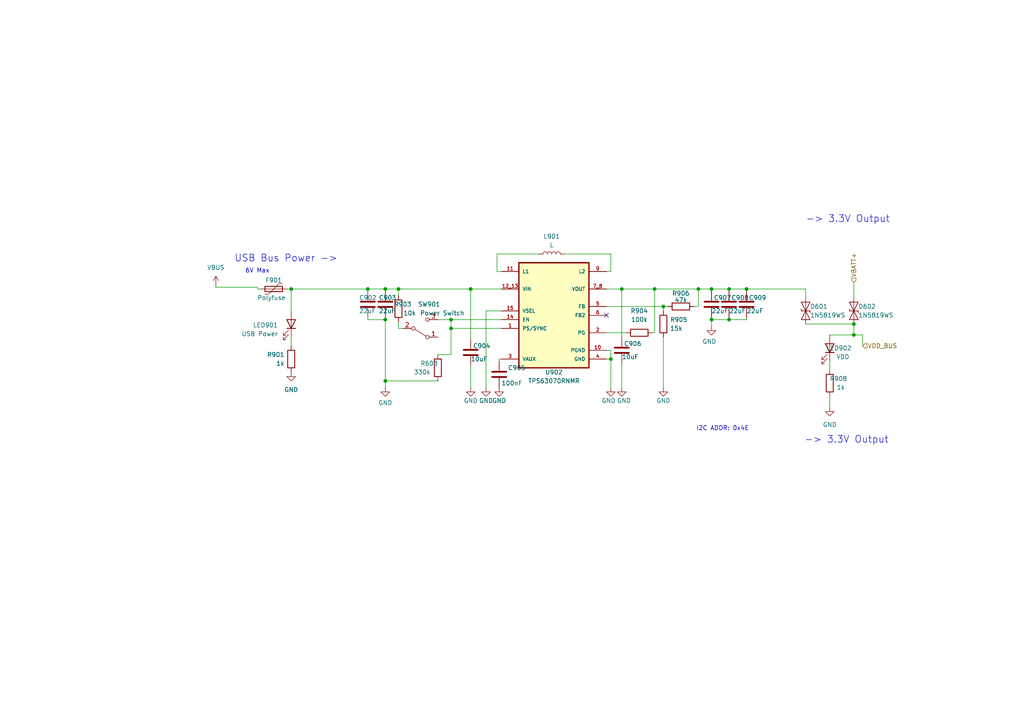
<source format=kicad_sch>
(kicad_sch
	(version 20231120)
	(generator "eeschema")
	(generator_version "8.0")
	(uuid "ed97c6c4-a1a7-4dde-a640-89eca815dd0d")
	(paper "A4")
	(lib_symbols
		(symbol "Device:C"
			(pin_numbers hide)
			(pin_names
				(offset 0.254)
			)
			(exclude_from_sim no)
			(in_bom yes)
			(on_board yes)
			(property "Reference" "C"
				(at 0.635 2.54 0)
				(effects
					(font
						(size 1.27 1.27)
					)
					(justify left)
				)
			)
			(property "Value" "C"
				(at 0.635 -2.54 0)
				(effects
					(font
						(size 1.27 1.27)
					)
					(justify left)
				)
			)
			(property "Footprint" ""
				(at 0.9652 -3.81 0)
				(effects
					(font
						(size 1.27 1.27)
					)
					(hide yes)
				)
			)
			(property "Datasheet" "~"
				(at 0 0 0)
				(effects
					(font
						(size 1.27 1.27)
					)
					(hide yes)
				)
			)
			(property "Description" "Unpolarized capacitor"
				(at 0 0 0)
				(effects
					(font
						(size 1.27 1.27)
					)
					(hide yes)
				)
			)
			(property "ki_keywords" "cap capacitor"
				(at 0 0 0)
				(effects
					(font
						(size 1.27 1.27)
					)
					(hide yes)
				)
			)
			(property "ki_fp_filters" "C_*"
				(at 0 0 0)
				(effects
					(font
						(size 1.27 1.27)
					)
					(hide yes)
				)
			)
			(symbol "C_0_1"
				(polyline
					(pts
						(xy -2.032 -0.762) (xy 2.032 -0.762)
					)
					(stroke
						(width 0.508)
						(type default)
					)
					(fill
						(type none)
					)
				)
				(polyline
					(pts
						(xy -2.032 0.762) (xy 2.032 0.762)
					)
					(stroke
						(width 0.508)
						(type default)
					)
					(fill
						(type none)
					)
				)
			)
			(symbol "C_1_1"
				(pin passive line
					(at 0 3.81 270)
					(length 2.794)
					(name "~"
						(effects
							(font
								(size 1.27 1.27)
							)
						)
					)
					(number "1"
						(effects
							(font
								(size 1.27 1.27)
							)
						)
					)
				)
				(pin passive line
					(at 0 -3.81 90)
					(length 2.794)
					(name "~"
						(effects
							(font
								(size 1.27 1.27)
							)
						)
					)
					(number "2"
						(effects
							(font
								(size 1.27 1.27)
							)
						)
					)
				)
			)
		)
		(symbol "Device:L"
			(pin_numbers hide)
			(pin_names
				(offset 1.016) hide)
			(exclude_from_sim no)
			(in_bom yes)
			(on_board yes)
			(property "Reference" "L"
				(at -1.27 0 90)
				(effects
					(font
						(size 1.27 1.27)
					)
				)
			)
			(property "Value" "L"
				(at 1.905 0 90)
				(effects
					(font
						(size 1.27 1.27)
					)
				)
			)
			(property "Footprint" ""
				(at 0 0 0)
				(effects
					(font
						(size 1.27 1.27)
					)
					(hide yes)
				)
			)
			(property "Datasheet" "~"
				(at 0 0 0)
				(effects
					(font
						(size 1.27 1.27)
					)
					(hide yes)
				)
			)
			(property "Description" "Inductor"
				(at 0 0 0)
				(effects
					(font
						(size 1.27 1.27)
					)
					(hide yes)
				)
			)
			(property "ki_keywords" "inductor choke coil reactor magnetic"
				(at 0 0 0)
				(effects
					(font
						(size 1.27 1.27)
					)
					(hide yes)
				)
			)
			(property "ki_fp_filters" "Choke_* *Coil* Inductor_* L_*"
				(at 0 0 0)
				(effects
					(font
						(size 1.27 1.27)
					)
					(hide yes)
				)
			)
			(symbol "L_0_1"
				(arc
					(start 0 -2.54)
					(mid 0.6323 -1.905)
					(end 0 -1.27)
					(stroke
						(width 0)
						(type default)
					)
					(fill
						(type none)
					)
				)
				(arc
					(start 0 -1.27)
					(mid 0.6323 -0.635)
					(end 0 0)
					(stroke
						(width 0)
						(type default)
					)
					(fill
						(type none)
					)
				)
				(arc
					(start 0 0)
					(mid 0.6323 0.635)
					(end 0 1.27)
					(stroke
						(width 0)
						(type default)
					)
					(fill
						(type none)
					)
				)
				(arc
					(start 0 1.27)
					(mid 0.6323 1.905)
					(end 0 2.54)
					(stroke
						(width 0)
						(type default)
					)
					(fill
						(type none)
					)
				)
			)
			(symbol "L_1_1"
				(pin passive line
					(at 0 3.81 270)
					(length 1.27)
					(name "1"
						(effects
							(font
								(size 1.27 1.27)
							)
						)
					)
					(number "1"
						(effects
							(font
								(size 1.27 1.27)
							)
						)
					)
				)
				(pin passive line
					(at 0 -3.81 90)
					(length 1.27)
					(name "2"
						(effects
							(font
								(size 1.27 1.27)
							)
						)
					)
					(number "2"
						(effects
							(font
								(size 1.27 1.27)
							)
						)
					)
				)
			)
		)
		(symbol "Device:LED"
			(pin_numbers hide)
			(pin_names
				(offset 1.016) hide)
			(exclude_from_sim no)
			(in_bom yes)
			(on_board yes)
			(property "Reference" "D"
				(at 0 2.54 0)
				(effects
					(font
						(size 1.27 1.27)
					)
				)
			)
			(property "Value" "LED"
				(at 0 -2.54 0)
				(effects
					(font
						(size 1.27 1.27)
					)
				)
			)
			(property "Footprint" ""
				(at 0 0 0)
				(effects
					(font
						(size 1.27 1.27)
					)
					(hide yes)
				)
			)
			(property "Datasheet" "~"
				(at 0 0 0)
				(effects
					(font
						(size 1.27 1.27)
					)
					(hide yes)
				)
			)
			(property "Description" "Light emitting diode"
				(at 0 0 0)
				(effects
					(font
						(size 1.27 1.27)
					)
					(hide yes)
				)
			)
			(property "ki_keywords" "LED diode"
				(at 0 0 0)
				(effects
					(font
						(size 1.27 1.27)
					)
					(hide yes)
				)
			)
			(property "ki_fp_filters" "LED* LED_SMD:* LED_THT:*"
				(at 0 0 0)
				(effects
					(font
						(size 1.27 1.27)
					)
					(hide yes)
				)
			)
			(symbol "LED_0_1"
				(polyline
					(pts
						(xy -1.27 -1.27) (xy -1.27 1.27)
					)
					(stroke
						(width 0.254)
						(type default)
					)
					(fill
						(type none)
					)
				)
				(polyline
					(pts
						(xy -1.27 0) (xy 1.27 0)
					)
					(stroke
						(width 0)
						(type default)
					)
					(fill
						(type none)
					)
				)
				(polyline
					(pts
						(xy 1.27 -1.27) (xy 1.27 1.27) (xy -1.27 0) (xy 1.27 -1.27)
					)
					(stroke
						(width 0.254)
						(type default)
					)
					(fill
						(type none)
					)
				)
				(polyline
					(pts
						(xy -3.048 -0.762) (xy -4.572 -2.286) (xy -3.81 -2.286) (xy -4.572 -2.286) (xy -4.572 -1.524)
					)
					(stroke
						(width 0)
						(type default)
					)
					(fill
						(type none)
					)
				)
				(polyline
					(pts
						(xy -1.778 -0.762) (xy -3.302 -2.286) (xy -2.54 -2.286) (xy -3.302 -2.286) (xy -3.302 -1.524)
					)
					(stroke
						(width 0)
						(type default)
					)
					(fill
						(type none)
					)
				)
			)
			(symbol "LED_1_1"
				(pin passive line
					(at -3.81 0 0)
					(length 2.54)
					(name "K"
						(effects
							(font
								(size 1.27 1.27)
							)
						)
					)
					(number "1"
						(effects
							(font
								(size 1.27 1.27)
							)
						)
					)
				)
				(pin passive line
					(at 3.81 0 180)
					(length 2.54)
					(name "A"
						(effects
							(font
								(size 1.27 1.27)
							)
						)
					)
					(number "2"
						(effects
							(font
								(size 1.27 1.27)
							)
						)
					)
				)
			)
		)
		(symbol "Device:Polyfuse"
			(pin_numbers hide)
			(pin_names
				(offset 0)
			)
			(exclude_from_sim no)
			(in_bom yes)
			(on_board yes)
			(property "Reference" "F"
				(at -2.54 0 90)
				(effects
					(font
						(size 1.27 1.27)
					)
				)
			)
			(property "Value" "Polyfuse"
				(at 2.54 0 90)
				(effects
					(font
						(size 1.27 1.27)
					)
				)
			)
			(property "Footprint" ""
				(at 1.27 -5.08 0)
				(effects
					(font
						(size 1.27 1.27)
					)
					(justify left)
					(hide yes)
				)
			)
			(property "Datasheet" "~"
				(at 0 0 0)
				(effects
					(font
						(size 1.27 1.27)
					)
					(hide yes)
				)
			)
			(property "Description" "Resettable fuse, polymeric positive temperature coefficient"
				(at 0 0 0)
				(effects
					(font
						(size 1.27 1.27)
					)
					(hide yes)
				)
			)
			(property "ki_keywords" "resettable fuse PTC PPTC polyfuse polyswitch"
				(at 0 0 0)
				(effects
					(font
						(size 1.27 1.27)
					)
					(hide yes)
				)
			)
			(property "ki_fp_filters" "*polyfuse* *PTC*"
				(at 0 0 0)
				(effects
					(font
						(size 1.27 1.27)
					)
					(hide yes)
				)
			)
			(symbol "Polyfuse_0_1"
				(rectangle
					(start -0.762 2.54)
					(end 0.762 -2.54)
					(stroke
						(width 0.254)
						(type default)
					)
					(fill
						(type none)
					)
				)
				(polyline
					(pts
						(xy 0 2.54) (xy 0 -2.54)
					)
					(stroke
						(width 0)
						(type default)
					)
					(fill
						(type none)
					)
				)
				(polyline
					(pts
						(xy -1.524 2.54) (xy -1.524 1.524) (xy 1.524 -1.524) (xy 1.524 -2.54)
					)
					(stroke
						(width 0)
						(type default)
					)
					(fill
						(type none)
					)
				)
			)
			(symbol "Polyfuse_1_1"
				(pin passive line
					(at 0 3.81 270)
					(length 1.27)
					(name "~"
						(effects
							(font
								(size 1.27 1.27)
							)
						)
					)
					(number "1"
						(effects
							(font
								(size 1.27 1.27)
							)
						)
					)
				)
				(pin passive line
					(at 0 -3.81 90)
					(length 1.27)
					(name "~"
						(effects
							(font
								(size 1.27 1.27)
							)
						)
					)
					(number "2"
						(effects
							(font
								(size 1.27 1.27)
							)
						)
					)
				)
			)
		)
		(symbol "Device:R"
			(pin_numbers hide)
			(pin_names
				(offset 0)
			)
			(exclude_from_sim no)
			(in_bom yes)
			(on_board yes)
			(property "Reference" "R"
				(at 2.032 0 90)
				(effects
					(font
						(size 1.27 1.27)
					)
				)
			)
			(property "Value" "R"
				(at 0 0 90)
				(effects
					(font
						(size 1.27 1.27)
					)
				)
			)
			(property "Footprint" ""
				(at -1.778 0 90)
				(effects
					(font
						(size 1.27 1.27)
					)
					(hide yes)
				)
			)
			(property "Datasheet" "~"
				(at 0 0 0)
				(effects
					(font
						(size 1.27 1.27)
					)
					(hide yes)
				)
			)
			(property "Description" "Resistor"
				(at 0 0 0)
				(effects
					(font
						(size 1.27 1.27)
					)
					(hide yes)
				)
			)
			(property "ki_keywords" "R res resistor"
				(at 0 0 0)
				(effects
					(font
						(size 1.27 1.27)
					)
					(hide yes)
				)
			)
			(property "ki_fp_filters" "R_*"
				(at 0 0 0)
				(effects
					(font
						(size 1.27 1.27)
					)
					(hide yes)
				)
			)
			(symbol "R_0_1"
				(rectangle
					(start -1.016 -2.54)
					(end 1.016 2.54)
					(stroke
						(width 0.254)
						(type default)
					)
					(fill
						(type none)
					)
				)
			)
			(symbol "R_1_1"
				(pin passive line
					(at 0 3.81 270)
					(length 1.27)
					(name "~"
						(effects
							(font
								(size 1.27 1.27)
							)
						)
					)
					(number "1"
						(effects
							(font
								(size 1.27 1.27)
							)
						)
					)
				)
				(pin passive line
					(at 0 -3.81 90)
					(length 1.27)
					(name "~"
						(effects
							(font
								(size 1.27 1.27)
							)
						)
					)
					(number "2"
						(effects
							(font
								(size 1.27 1.27)
							)
						)
					)
				)
			)
		)
		(symbol "Diode:ESD9B5.0ST5G"
			(pin_numbers hide)
			(pin_names
				(offset 1.016) hide)
			(exclude_from_sim no)
			(in_bom yes)
			(on_board yes)
			(property "Reference" "D"
				(at 0 2.54 0)
				(effects
					(font
						(size 1.27 1.27)
					)
				)
			)
			(property "Value" "ESD9B5.0ST5G"
				(at 0 -2.54 0)
				(effects
					(font
						(size 1.27 1.27)
					)
				)
			)
			(property "Footprint" "Diode_SMD:D_SOD-923"
				(at 0 0 0)
				(effects
					(font
						(size 1.27 1.27)
					)
					(hide yes)
				)
			)
			(property "Datasheet" "https://www.onsemi.com/pub/Collateral/ESD9B-D.PDF"
				(at 0 0 0)
				(effects
					(font
						(size 1.27 1.27)
					)
					(hide yes)
				)
			)
			(property "Description" "ESD protection diode, 5.0Vrwm, SOD-923"
				(at 0 0 0)
				(effects
					(font
						(size 1.27 1.27)
					)
					(hide yes)
				)
			)
			(property "ki_keywords" "diode TVS ESD"
				(at 0 0 0)
				(effects
					(font
						(size 1.27 1.27)
					)
					(hide yes)
				)
			)
			(property "ki_fp_filters" "D*SOD?923*"
				(at 0 0 0)
				(effects
					(font
						(size 1.27 1.27)
					)
					(hide yes)
				)
			)
			(symbol "ESD9B5.0ST5G_0_1"
				(polyline
					(pts
						(xy 1.27 0) (xy -1.27 0)
					)
					(stroke
						(width 0)
						(type default)
					)
					(fill
						(type none)
					)
				)
				(polyline
					(pts
						(xy -2.54 -1.27) (xy 0 0) (xy -2.54 1.27) (xy -2.54 -1.27)
					)
					(stroke
						(width 0.2032)
						(type default)
					)
					(fill
						(type none)
					)
				)
				(polyline
					(pts
						(xy 0.508 1.27) (xy 0 1.27) (xy 0 -1.27) (xy -0.508 -1.27)
					)
					(stroke
						(width 0.2032)
						(type default)
					)
					(fill
						(type none)
					)
				)
				(polyline
					(pts
						(xy 2.54 1.27) (xy 2.54 -1.27) (xy 0 0) (xy 2.54 1.27)
					)
					(stroke
						(width 0.2032)
						(type default)
					)
					(fill
						(type none)
					)
				)
			)
			(symbol "ESD9B5.0ST5G_1_1"
				(pin passive line
					(at -3.81 0 0)
					(length 2.54)
					(name "A1"
						(effects
							(font
								(size 1.27 1.27)
							)
						)
					)
					(number "1"
						(effects
							(font
								(size 1.27 1.27)
							)
						)
					)
				)
				(pin passive line
					(at 3.81 0 180)
					(length 2.54)
					(name "A2"
						(effects
							(font
								(size 1.27 1.27)
							)
						)
					)
					(number "2"
						(effects
							(font
								(size 1.27 1.27)
							)
						)
					)
				)
			)
		)
		(symbol "Switch:SW_SPDT"
			(pin_names
				(offset 0) hide)
			(exclude_from_sim no)
			(in_bom yes)
			(on_board yes)
			(property "Reference" "SW"
				(at 0 4.318 0)
				(effects
					(font
						(size 1.27 1.27)
					)
				)
			)
			(property "Value" "SW_SPDT"
				(at 0 -5.08 0)
				(effects
					(font
						(size 1.27 1.27)
					)
				)
			)
			(property "Footprint" ""
				(at 0 0 0)
				(effects
					(font
						(size 1.27 1.27)
					)
					(hide yes)
				)
			)
			(property "Datasheet" "~"
				(at 0 0 0)
				(effects
					(font
						(size 1.27 1.27)
					)
					(hide yes)
				)
			)
			(property "Description" "Switch, single pole double throw"
				(at 0 0 0)
				(effects
					(font
						(size 1.27 1.27)
					)
					(hide yes)
				)
			)
			(property "ki_keywords" "switch single-pole double-throw spdt ON-ON"
				(at 0 0 0)
				(effects
					(font
						(size 1.27 1.27)
					)
					(hide yes)
				)
			)
			(symbol "SW_SPDT_0_0"
				(circle
					(center -2.032 0)
					(radius 0.508)
					(stroke
						(width 0)
						(type default)
					)
					(fill
						(type none)
					)
				)
				(circle
					(center 2.032 -2.54)
					(radius 0.508)
					(stroke
						(width 0)
						(type default)
					)
					(fill
						(type none)
					)
				)
			)
			(symbol "SW_SPDT_0_1"
				(polyline
					(pts
						(xy -1.524 0.254) (xy 1.651 2.286)
					)
					(stroke
						(width 0)
						(type default)
					)
					(fill
						(type none)
					)
				)
				(circle
					(center 2.032 2.54)
					(radius 0.508)
					(stroke
						(width 0)
						(type default)
					)
					(fill
						(type none)
					)
				)
			)
			(symbol "SW_SPDT_1_1"
				(pin passive line
					(at 5.08 2.54 180)
					(length 2.54)
					(name "A"
						(effects
							(font
								(size 1.27 1.27)
							)
						)
					)
					(number "1"
						(effects
							(font
								(size 1.27 1.27)
							)
						)
					)
				)
				(pin passive line
					(at -5.08 0 0)
					(length 2.54)
					(name "B"
						(effects
							(font
								(size 1.27 1.27)
							)
						)
					)
					(number "2"
						(effects
							(font
								(size 1.27 1.27)
							)
						)
					)
				)
				(pin passive line
					(at 5.08 -2.54 180)
					(length 2.54)
					(name "C"
						(effects
							(font
								(size 1.27 1.27)
							)
						)
					)
					(number "3"
						(effects
							(font
								(size 1.27 1.27)
							)
						)
					)
				)
			)
		)
		(symbol "WOBCLibrary:TPS63070RNMR"
			(pin_names
				(offset 1.016)
			)
			(exclude_from_sim no)
			(in_bom yes)
			(on_board yes)
			(property "Reference" "U"
				(at -12.7 29.21 0)
				(effects
					(font
						(size 1.27 1.27)
					)
					(justify left bottom)
				)
			)
			(property "Value" "TPS63070RNMR"
				(at -12.7 -19.24 0)
				(effects
					(font
						(size 1.27 1.27)
					)
					(justify left bottom)
				)
			)
			(property "Footprint" "WOBCLibrary:VREG_TPS63070RNMR"
				(at 0 37.1 0)
				(effects
					(font
						(size 1.27 1.27)
					)
					(justify bottom)
					(hide yes)
				)
			)
			(property "Datasheet" ""
				(at 0 0 0)
				(effects
					(font
						(size 1.27 1.27)
					)
					(hide yes)
				)
			)
			(property "Description" "\nWide input voltage (2V-16V) buck-boost converter\n"
				(at -1.27 47.26 0)
				(effects
					(font
						(size 1.27 1.27)
					)
					(justify bottom)
					(hide yes)
				)
			)
			(property "MF" "Texas Instruments"
				(at 0 22.86 0)
				(effects
					(font
						(size 1.27 1.27)
					)
					(justify bottom)
					(hide yes)
				)
			)
			(property "Package" "VQFN-HR-15 Texas Instruments"
				(at 0 30.75 0)
				(effects
					(font
						(size 1.27 1.27)
					)
					(justify bottom)
					(hide yes)
				)
			)
			(property "Price" "None"
				(at 0 25.4 0)
				(effects
					(font
						(size 1.27 1.27)
					)
					(justify bottom)
					(hide yes)
				)
			)
			(property "SnapEDA_Link" "https://www.snapeda.com/parts/TPS63070RNMR/Texas+Instruments/view-part/?ref=snap"
				(at 1.27 40.91 0)
				(effects
					(font
						(size 1.27 1.27)
					)
					(justify bottom)
					(hide yes)
				)
			)
			(property "MP" "TPS63070RNMR"
				(at 0 27.94 0)
				(effects
					(font
						(size 1.27 1.27)
					)
					(justify bottom)
					(hide yes)
				)
			)
			(property "Purchase-URL" "https://www.snapeda.com/api/url_track_click_mouser/?unipart_id=583017&manufacturer=Texas Instruments&part_name=TPS63070RNMR&search_term=None"
				(at 0 43.45 0)
				(effects
					(font
						(size 1.27 1.27)
					)
					(justify bottom)
					(hide yes)
				)
			)
			(property "Availability" "In Stock"
				(at 0 20.32 0)
				(effects
					(font
						(size 1.27 1.27)
					)
					(justify bottom)
					(hide yes)
				)
			)
			(property "Check_prices" "https://www.snapeda.com/parts/TPS63070RNMR/Texas+Instruments/view-part/?ref=eda"
				(at 0 33.29 0)
				(effects
					(font
						(size 1.27 1.27)
					)
					(justify bottom)
					(hide yes)
				)
			)
			(symbol "TPS63070RNMR_0_0"
				(rectangle
					(start -10.16 15.24)
					(end 10.16 -15.24)
					(stroke
						(width 0.41)
						(type default)
					)
					(fill
						(type background)
					)
				)
				(pin input line
					(at -15.24 -3.81 0)
					(length 5.08)
					(name "PS/SYNC"
						(effects
							(font
								(size 1.016 1.016)
							)
						)
					)
					(number "1"
						(effects
							(font
								(size 1.016 1.016)
							)
						)
					)
				)
				(pin power_in line
					(at 15.24 -10.16 180)
					(length 5.08)
					(name "PGND"
						(effects
							(font
								(size 1.016 1.016)
							)
						)
					)
					(number "10"
						(effects
							(font
								(size 1.016 1.016)
							)
						)
					)
				)
				(pin bidirectional line
					(at -15.24 12.7 0)
					(length 5.08)
					(name "L1"
						(effects
							(font
								(size 1.016 1.016)
							)
						)
					)
					(number "11"
						(effects
							(font
								(size 1.016 1.016)
							)
						)
					)
				)
				(pin input line
					(at -15.24 7.62 0)
					(length 5.08)
					(name "VIN"
						(effects
							(font
								(size 1.016 1.016)
							)
						)
					)
					(number "12_13"
						(effects
							(font
								(size 1.016 1.016)
							)
						)
					)
				)
				(pin input line
					(at -15.24 -1.27 0)
					(length 5.08)
					(name "EN"
						(effects
							(font
								(size 1.016 1.016)
							)
						)
					)
					(number "14"
						(effects
							(font
								(size 1.016 1.016)
							)
						)
					)
				)
				(pin input line
					(at -15.24 1.27 0)
					(length 5.08)
					(name "VSEL"
						(effects
							(font
								(size 1.016 1.016)
							)
						)
					)
					(number "15"
						(effects
							(font
								(size 1.016 1.016)
							)
						)
					)
				)
				(pin output line
					(at 15.24 -5.08 180)
					(length 5.08)
					(name "PG"
						(effects
							(font
								(size 1.016 1.016)
							)
						)
					)
					(number "2"
						(effects
							(font
								(size 1.016 1.016)
							)
						)
					)
				)
				(pin output line
					(at -15.24 -12.7 0)
					(length 5.08)
					(name "VAUX"
						(effects
							(font
								(size 1.016 1.016)
							)
						)
					)
					(number "3"
						(effects
							(font
								(size 1.016 1.016)
							)
						)
					)
				)
				(pin power_in line
					(at 15.24 -12.7 180)
					(length 5.08)
					(name "GND"
						(effects
							(font
								(size 1.016 1.016)
							)
						)
					)
					(number "4"
						(effects
							(font
								(size 1.016 1.016)
							)
						)
					)
				)
				(pin input line
					(at 15.24 2.54 180)
					(length 5.08)
					(name "FB"
						(effects
							(font
								(size 1.016 1.016)
							)
						)
					)
					(number "5"
						(effects
							(font
								(size 1.016 1.016)
							)
						)
					)
				)
				(pin output line
					(at 15.24 0 180)
					(length 5.08)
					(name "FB2"
						(effects
							(font
								(size 1.016 1.016)
							)
						)
					)
					(number "6"
						(effects
							(font
								(size 1.016 1.016)
							)
						)
					)
				)
				(pin output line
					(at 15.24 7.62 180)
					(length 5.08)
					(name "VOUT"
						(effects
							(font
								(size 1.016 1.016)
							)
						)
					)
					(number "7_8"
						(effects
							(font
								(size 1.016 1.016)
							)
						)
					)
				)
				(pin bidirectional line
					(at 15.24 12.7 180)
					(length 5.08)
					(name "L2"
						(effects
							(font
								(size 1.016 1.016)
							)
						)
					)
					(number "9"
						(effects
							(font
								(size 1.016 1.016)
							)
						)
					)
				)
			)
		)
		(symbol "power:GND"
			(power)
			(pin_names
				(offset 0)
			)
			(exclude_from_sim no)
			(in_bom yes)
			(on_board yes)
			(property "Reference" "#PWR"
				(at 0 -6.35 0)
				(effects
					(font
						(size 1.27 1.27)
					)
					(hide yes)
				)
			)
			(property "Value" "GND"
				(at 0 -3.81 0)
				(effects
					(font
						(size 1.27 1.27)
					)
				)
			)
			(property "Footprint" ""
				(at 0 0 0)
				(effects
					(font
						(size 1.27 1.27)
					)
					(hide yes)
				)
			)
			(property "Datasheet" ""
				(at 0 0 0)
				(effects
					(font
						(size 1.27 1.27)
					)
					(hide yes)
				)
			)
			(property "Description" "Power symbol creates a global label with name \"GND\" , ground"
				(at 0 0 0)
				(effects
					(font
						(size 1.27 1.27)
					)
					(hide yes)
				)
			)
			(property "ki_keywords" "global power"
				(at 0 0 0)
				(effects
					(font
						(size 1.27 1.27)
					)
					(hide yes)
				)
			)
			(symbol "GND_0_1"
				(polyline
					(pts
						(xy 0 0) (xy 0 -1.27) (xy 1.27 -1.27) (xy 0 -2.54) (xy -1.27 -1.27) (xy 0 -1.27)
					)
					(stroke
						(width 0)
						(type default)
					)
					(fill
						(type none)
					)
				)
			)
			(symbol "GND_1_1"
				(pin power_in line
					(at 0 0 270)
					(length 0) hide
					(name "GND"
						(effects
							(font
								(size 1.27 1.27)
							)
						)
					)
					(number "1"
						(effects
							(font
								(size 1.27 1.27)
							)
						)
					)
				)
			)
		)
		(symbol "power:VBUS"
			(power)
			(pin_numbers hide)
			(pin_names
				(offset 0) hide)
			(exclude_from_sim no)
			(in_bom yes)
			(on_board yes)
			(property "Reference" "#PWR"
				(at 0 -3.81 0)
				(effects
					(font
						(size 1.27 1.27)
					)
					(hide yes)
				)
			)
			(property "Value" "VBUS"
				(at 0 3.556 0)
				(effects
					(font
						(size 1.27 1.27)
					)
				)
			)
			(property "Footprint" ""
				(at 0 0 0)
				(effects
					(font
						(size 1.27 1.27)
					)
					(hide yes)
				)
			)
			(property "Datasheet" ""
				(at 0 0 0)
				(effects
					(font
						(size 1.27 1.27)
					)
					(hide yes)
				)
			)
			(property "Description" "Power symbol creates a global label with name \"VBUS\""
				(at 0 0 0)
				(effects
					(font
						(size 1.27 1.27)
					)
					(hide yes)
				)
			)
			(property "ki_keywords" "global power"
				(at 0 0 0)
				(effects
					(font
						(size 1.27 1.27)
					)
					(hide yes)
				)
			)
			(symbol "VBUS_0_1"
				(polyline
					(pts
						(xy -0.762 1.27) (xy 0 2.54)
					)
					(stroke
						(width 0)
						(type default)
					)
					(fill
						(type none)
					)
				)
				(polyline
					(pts
						(xy 0 0) (xy 0 2.54)
					)
					(stroke
						(width 0)
						(type default)
					)
					(fill
						(type none)
					)
				)
				(polyline
					(pts
						(xy 0 2.54) (xy 0.762 1.27)
					)
					(stroke
						(width 0)
						(type default)
					)
					(fill
						(type none)
					)
				)
			)
			(symbol "VBUS_1_1"
				(pin power_in line
					(at 0 0 90)
					(length 0)
					(name "~"
						(effects
							(font
								(size 1.27 1.27)
							)
						)
					)
					(number "1"
						(effects
							(font
								(size 1.27 1.27)
							)
						)
					)
				)
			)
		)
	)
	(junction
		(at 115.57 83.82)
		(diameter 0)
		(color 0 0 0 0)
		(uuid "04b5ff48-69ec-40f9-b8f8-6e6151f8682d")
	)
	(junction
		(at 247.65 93.98)
		(diameter 0)
		(color 0 0 0 0)
		(uuid "0ce3001e-409d-4b70-82fc-881fb281b3c0")
	)
	(junction
		(at 111.76 83.82)
		(diameter 0)
		(color 0 0 0 0)
		(uuid "19b18d3c-195d-48f9-89ec-397dd35736be")
	)
	(junction
		(at 192.405 88.9)
		(diameter 0)
		(color 0 0 0 0)
		(uuid "1c3ff8a7-f7f7-421f-b514-77806b2a4469")
	)
	(junction
		(at 136.525 83.82)
		(diameter 0)
		(color 0 0 0 0)
		(uuid "1c8c2e2c-90a2-48ed-9977-4fcae32f584e")
	)
	(junction
		(at 106.68 83.82)
		(diameter 0)
		(color 0 0 0 0)
		(uuid "2bb9e9f2-e1db-43dd-a8c1-df26cb2a0adb")
	)
	(junction
		(at 180.34 83.82)
		(diameter 0)
		(color 0 0 0 0)
		(uuid "33c08cd0-6668-4766-964e-97ac91a0050f")
	)
	(junction
		(at 247.65 97.155)
		(diameter 0)
		(color 0 0 0 0)
		(uuid "4bd1e194-98ff-4c3d-ae56-10555a6390c6")
	)
	(junction
		(at 206.375 92.71)
		(diameter 0)
		(color 0 0 0 0)
		(uuid "4db80434-abac-4cd0-b9a7-953dc713edf5")
	)
	(junction
		(at 130.81 95.25)
		(diameter 0)
		(color 0 0 0 0)
		(uuid "64302df0-6c11-46dc-8d89-d6de00ec8825")
	)
	(junction
		(at 202.565 83.82)
		(diameter 0)
		(color 0 0 0 0)
		(uuid "67107851-8336-4a7a-8b58-31c36709694d")
	)
	(junction
		(at 111.76 92.71)
		(diameter 0)
		(color 0 0 0 0)
		(uuid "7d6c7db3-33bb-4103-ba80-8fa92a3cfb60")
	)
	(junction
		(at 216.535 83.82)
		(diameter 0)
		(color 0 0 0 0)
		(uuid "85aa0c90-a76f-49e5-9cae-31d692917586")
	)
	(junction
		(at 130.81 92.71)
		(diameter 0)
		(color 0 0 0 0)
		(uuid "895b846d-338c-48d8-bd6e-db01c8b49d26")
	)
	(junction
		(at 177.165 104.14)
		(diameter 0)
		(color 0 0 0 0)
		(uuid "8c5332a1-81ef-4534-92c7-453d0e24f48b")
	)
	(junction
		(at 189.865 83.82)
		(diameter 0)
		(color 0 0 0 0)
		(uuid "9d597359-878c-46bb-9c3f-e308141074d3")
	)
	(junction
		(at 211.455 83.82)
		(diameter 0)
		(color 0 0 0 0)
		(uuid "9fe89b7b-afb8-46a1-8657-eef43d3c62af")
	)
	(junction
		(at 84.455 83.82)
		(diameter 0)
		(color 0 0 0 0)
		(uuid "a851faba-697d-4bdd-8c01-142bc809d943")
	)
	(junction
		(at 211.455 92.71)
		(diameter 0)
		(color 0 0 0 0)
		(uuid "adb8ac3a-3902-4e76-87a7-b9d1575393a2")
	)
	(junction
		(at 206.375 83.82)
		(diameter 0)
		(color 0 0 0 0)
		(uuid "b2b96b9b-ff80-4c78-9481-c1005c01e7e4")
	)
	(junction
		(at 111.76 110.49)
		(diameter 0)
		(color 0 0 0 0)
		(uuid "e6a0ffc3-17b8-4641-8413-9e8f1c3d2b64")
	)
	(no_connect
		(at 175.895 91.44)
		(uuid "2ee2f89b-f8c3-42e9-b9c8-b58f6a933366")
	)
	(wire
		(pts
			(xy 206.375 83.82) (xy 211.455 83.82)
		)
		(stroke
			(width 0)
			(type default)
		)
		(uuid "05422f08-c43c-44bc-a40d-bb6167e3ce52")
	)
	(wire
		(pts
			(xy 74.676 83.312) (xy 74.676 83.82)
		)
		(stroke
			(width 0)
			(type default)
		)
		(uuid "06af1b5e-74e3-40e8-a39c-d7e8a480166b")
	)
	(wire
		(pts
			(xy 106.68 92.075) (xy 106.68 92.71)
		)
		(stroke
			(width 0)
			(type default)
		)
		(uuid "0f2a3163-127d-4471-9a4b-f364a49b6959")
	)
	(wire
		(pts
			(xy 180.34 83.82) (xy 189.865 83.82)
		)
		(stroke
			(width 0)
			(type default)
		)
		(uuid "10bddba1-678f-4173-b077-b4b706877318")
	)
	(wire
		(pts
			(xy 106.68 92.71) (xy 111.76 92.71)
		)
		(stroke
			(width 0)
			(type default)
		)
		(uuid "14a33cfb-466c-4c48-949c-45a9f334a3d7")
	)
	(wire
		(pts
			(xy 180.34 112.395) (xy 180.34 105.41)
		)
		(stroke
			(width 0)
			(type default)
		)
		(uuid "16cfb51d-fcf6-404a-9b2c-fca7ca4b97a0")
	)
	(wire
		(pts
			(xy 144.145 73.66) (xy 144.145 78.74)
		)
		(stroke
			(width 0)
			(type default)
		)
		(uuid "18559c91-682a-4cd3-b9c1-481c5dc5fd16")
	)
	(wire
		(pts
			(xy 115.57 83.82) (xy 115.57 85.725)
		)
		(stroke
			(width 0)
			(type default)
		)
		(uuid "18db2749-3906-4fe3-9a4f-593f7016ef90")
	)
	(wire
		(pts
			(xy 130.81 92.71) (xy 145.415 92.71)
		)
		(stroke
			(width 0)
			(type default)
		)
		(uuid "19bfc9ac-9bf7-439d-b37e-6458bc6f424c")
	)
	(wire
		(pts
			(xy 127 102.87) (xy 130.81 102.87)
		)
		(stroke
			(width 0)
			(type default)
		)
		(uuid "1aeb810c-1dc7-4393-ba47-ebb5adf2e817")
	)
	(wire
		(pts
			(xy 247.65 81.915) (xy 247.65 86.36)
		)
		(stroke
			(width 0)
			(type default)
		)
		(uuid "1bef5f5f-127d-4802-9ccd-f3ec5dcf2d21")
	)
	(wire
		(pts
			(xy 177.165 104.14) (xy 177.165 112.395)
		)
		(stroke
			(width 0)
			(type default)
		)
		(uuid "1c35facd-12ce-4ced-805b-aab40bf108db")
	)
	(wire
		(pts
			(xy 84.455 100.33) (xy 84.455 97.79)
		)
		(stroke
			(width 0)
			(type default)
		)
		(uuid "1ca2f53a-3ffe-4c8c-84a4-25c8fc0c3b5d")
	)
	(wire
		(pts
			(xy 144.145 78.74) (xy 145.415 78.74)
		)
		(stroke
			(width 0)
			(type default)
		)
		(uuid "1fb8b35b-47bb-4e62-8090-69ff8206f6d7")
	)
	(wire
		(pts
			(xy 127 92.71) (xy 130.81 92.71)
		)
		(stroke
			(width 0)
			(type default)
		)
		(uuid "2dee53c7-eac1-4ef6-9401-ee6955d56c93")
	)
	(wire
		(pts
			(xy 250.19 97.155) (xy 247.65 97.155)
		)
		(stroke
			(width 0)
			(type default)
		)
		(uuid "2e6e58e6-6743-437c-bfbf-fe101622d313")
	)
	(wire
		(pts
			(xy 84.455 83.82) (xy 84.455 90.17)
		)
		(stroke
			(width 0)
			(type default)
		)
		(uuid "2f667305-db15-422d-8193-8cb70f458f89")
	)
	(wire
		(pts
			(xy 211.455 83.82) (xy 211.455 84.455)
		)
		(stroke
			(width 0)
			(type default)
		)
		(uuid "3690f648-6b20-49cf-81f0-c81d78db23be")
	)
	(wire
		(pts
			(xy 177.165 101.6) (xy 177.165 104.14)
		)
		(stroke
			(width 0)
			(type default)
		)
		(uuid "376b48a9-0f7a-41b7-869f-0bf9dc37f789")
	)
	(wire
		(pts
			(xy 189.865 83.82) (xy 202.565 83.82)
		)
		(stroke
			(width 0)
			(type default)
		)
		(uuid "3bffabaa-82fe-433b-8a03-09d111026877")
	)
	(wire
		(pts
			(xy 240.665 118.11) (xy 240.665 114.935)
		)
		(stroke
			(width 0)
			(type default)
		)
		(uuid "40681013-aca8-490f-a579-131187cdb5c8")
	)
	(wire
		(pts
			(xy 206.375 92.71) (xy 206.375 94.615)
		)
		(stroke
			(width 0)
			(type default)
		)
		(uuid "4070b893-6bce-4089-b4ce-4b8deb11ff37")
	)
	(wire
		(pts
			(xy 62.611 83.312) (xy 62.611 82.677)
		)
		(stroke
			(width 0)
			(type default)
		)
		(uuid "40721800-63c5-4530-9678-eed3bab482f5")
	)
	(wire
		(pts
			(xy 111.76 83.82) (xy 115.57 83.82)
		)
		(stroke
			(width 0)
			(type default)
		)
		(uuid "4b34d21a-cef9-41b7-bfc0-92aa29021826")
	)
	(wire
		(pts
			(xy 175.895 83.82) (xy 180.34 83.82)
		)
		(stroke
			(width 0)
			(type default)
		)
		(uuid "4b8ebcb3-ac09-44f9-bd33-afebe678f1b1")
	)
	(wire
		(pts
			(xy 175.895 88.9) (xy 192.405 88.9)
		)
		(stroke
			(width 0)
			(type default)
		)
		(uuid "4dac93ef-2ba7-4fd2-b868-613370c43c00")
	)
	(wire
		(pts
			(xy 136.525 106.045) (xy 136.525 112.395)
		)
		(stroke
			(width 0)
			(type default)
		)
		(uuid "530da1c6-4b0b-4e19-8888-848e07567c4c")
	)
	(wire
		(pts
			(xy 211.455 92.71) (xy 206.375 92.71)
		)
		(stroke
			(width 0)
			(type default)
		)
		(uuid "559561e9-f9a7-44f6-83f8-41e62825bab8")
	)
	(wire
		(pts
			(xy 192.405 90.17) (xy 192.405 88.9)
		)
		(stroke
			(width 0)
			(type default)
		)
		(uuid "5820d60f-0945-47d1-9719-1776adff20b8")
	)
	(wire
		(pts
			(xy 106.68 83.82) (xy 111.76 83.82)
		)
		(stroke
			(width 0)
			(type default)
		)
		(uuid "6504cac6-8037-4ae8-b05a-0f8258247139")
	)
	(wire
		(pts
			(xy 240.665 97.155) (xy 247.65 97.155)
		)
		(stroke
			(width 0)
			(type default)
		)
		(uuid "6692d063-c105-4aa7-8919-9b48881a39f2")
	)
	(wire
		(pts
			(xy 144.78 104.775) (xy 144.78 104.14)
		)
		(stroke
			(width 0)
			(type default)
		)
		(uuid "693854d9-bb11-4a6b-bf2a-e6eeb1d04559")
	)
	(wire
		(pts
			(xy 140.97 90.17) (xy 140.97 112.395)
		)
		(stroke
			(width 0)
			(type default)
		)
		(uuid "69624b8f-03a0-4208-992c-0b1b682e97a6")
	)
	(wire
		(pts
			(xy 250.19 97.155) (xy 250.19 100.33)
		)
		(stroke
			(width 0)
			(type default)
		)
		(uuid "6a40556f-8f18-46d1-a2e0-f2e2df4ca586")
	)
	(wire
		(pts
			(xy 192.405 88.9) (xy 193.675 88.9)
		)
		(stroke
			(width 0)
			(type default)
		)
		(uuid "6f7453f1-f508-4e3d-8b93-27efa9d2d693")
	)
	(wire
		(pts
			(xy 233.68 83.82) (xy 233.68 86.36)
		)
		(stroke
			(width 0)
			(type default)
		)
		(uuid "7019dc7d-ba0f-4fbd-be1c-e3049169004d")
	)
	(wire
		(pts
			(xy 240.665 107.315) (xy 240.665 104.775)
		)
		(stroke
			(width 0)
			(type default)
		)
		(uuid "70a78da9-f51f-44e1-bcad-d3f9fb4dcdcf")
	)
	(wire
		(pts
			(xy 180.34 83.82) (xy 180.34 97.79)
		)
		(stroke
			(width 0)
			(type default)
		)
		(uuid "74081249-1869-4f50-91d7-43564629d663")
	)
	(wire
		(pts
			(xy 145.415 90.17) (xy 140.97 90.17)
		)
		(stroke
			(width 0)
			(type default)
		)
		(uuid "8170b88d-0447-4209-a72c-3de77cc2e7db")
	)
	(wire
		(pts
			(xy 115.57 95.25) (xy 116.84 95.25)
		)
		(stroke
			(width 0)
			(type default)
		)
		(uuid "86e50d69-29ed-43c0-9a10-6fcf9dba6667")
	)
	(wire
		(pts
			(xy 216.535 92.075) (xy 216.535 92.71)
		)
		(stroke
			(width 0)
			(type default)
		)
		(uuid "8dfbb9b4-fb1f-439e-adad-c1054a89dcc4")
	)
	(wire
		(pts
			(xy 177.165 73.66) (xy 177.165 78.74)
		)
		(stroke
			(width 0)
			(type default)
		)
		(uuid "8e0698db-4a97-489a-a701-b2fa67d699a6")
	)
	(wire
		(pts
			(xy 192.405 97.79) (xy 192.405 112.395)
		)
		(stroke
			(width 0)
			(type default)
		)
		(uuid "8ffe6c4f-5d7f-4609-8e2c-8a5ab4bf9d14")
	)
	(wire
		(pts
			(xy 111.76 83.82) (xy 111.76 84.455)
		)
		(stroke
			(width 0)
			(type default)
		)
		(uuid "92ab37da-37c8-406f-93ac-ffcbb07d5144")
	)
	(wire
		(pts
			(xy 144.78 104.14) (xy 145.415 104.14)
		)
		(stroke
			(width 0)
			(type default)
		)
		(uuid "967ab95e-f1f9-4dff-86a6-cd2d492ac9b4")
	)
	(wire
		(pts
			(xy 136.525 98.425) (xy 136.525 83.82)
		)
		(stroke
			(width 0)
			(type default)
		)
		(uuid "97b8dc22-7f16-4103-8bfc-b838cd15aff6")
	)
	(wire
		(pts
			(xy 130.81 95.25) (xy 130.81 102.87)
		)
		(stroke
			(width 0)
			(type default)
		)
		(uuid "9a467018-0208-4181-b55d-1ceb1e5d74c3")
	)
	(wire
		(pts
			(xy 130.81 92.71) (xy 130.81 95.25)
		)
		(stroke
			(width 0)
			(type default)
		)
		(uuid "9d6ec789-c391-4cca-b691-b4ed8704dd4f")
	)
	(wire
		(pts
			(xy 115.57 93.345) (xy 115.57 95.25)
		)
		(stroke
			(width 0)
			(type default)
		)
		(uuid "9e2cc28c-012c-4056-8932-ca32d859f12e")
	)
	(wire
		(pts
			(xy 206.375 92.71) (xy 206.375 92.075)
		)
		(stroke
			(width 0)
			(type default)
		)
		(uuid "9ec6d33c-a5ec-4e50-83dc-1f8d11e0d55e")
	)
	(wire
		(pts
			(xy 115.57 83.82) (xy 136.525 83.82)
		)
		(stroke
			(width 0)
			(type default)
		)
		(uuid "a18c9f0e-e766-4565-92c5-ddd170973221")
	)
	(wire
		(pts
			(xy 111.76 110.49) (xy 127 110.49)
		)
		(stroke
			(width 0)
			(type default)
		)
		(uuid "a1bdb33b-2997-4bf0-849d-68e896a5333b")
	)
	(wire
		(pts
			(xy 145.415 95.25) (xy 130.81 95.25)
		)
		(stroke
			(width 0)
			(type default)
		)
		(uuid "a31376b0-7049-42cd-a26c-18da6280dcbf")
	)
	(wire
		(pts
			(xy 211.455 92.075) (xy 211.455 92.71)
		)
		(stroke
			(width 0)
			(type default)
		)
		(uuid "a7fd21b8-b2e0-44db-a6c7-532820df15cd")
	)
	(wire
		(pts
			(xy 202.565 83.82) (xy 206.375 83.82)
		)
		(stroke
			(width 0)
			(type default)
		)
		(uuid "ad82da53-d46e-4db7-85fc-bc6fa8e70b40")
	)
	(wire
		(pts
			(xy 177.165 104.14) (xy 175.895 104.14)
		)
		(stroke
			(width 0)
			(type default)
		)
		(uuid "b29fc2b5-0c9b-4ad6-ac96-f775e1d843df")
	)
	(wire
		(pts
			(xy 83.185 83.82) (xy 84.455 83.82)
		)
		(stroke
			(width 0)
			(type default)
		)
		(uuid "b57c21d2-1204-4b0d-ada3-58d5c9feab72")
	)
	(wire
		(pts
			(xy 136.525 83.82) (xy 145.415 83.82)
		)
		(stroke
			(width 0)
			(type default)
		)
		(uuid "b5c007fc-b277-45d7-825e-21d8274e480a")
	)
	(wire
		(pts
			(xy 206.375 83.82) (xy 206.375 84.455)
		)
		(stroke
			(width 0)
			(type default)
		)
		(uuid "b8abbba4-1bbf-43fe-ba69-368188061e0a")
	)
	(wire
		(pts
			(xy 216.535 83.82) (xy 233.68 83.82)
		)
		(stroke
			(width 0)
			(type default)
		)
		(uuid "b9132eb9-f200-4114-9bfc-b3a2d074cc15")
	)
	(wire
		(pts
			(xy 163.83 73.66) (xy 177.165 73.66)
		)
		(stroke
			(width 0)
			(type default)
		)
		(uuid "b9bf4dd9-ee45-432d-9db1-541639b7a8a6")
	)
	(wire
		(pts
			(xy 202.565 88.9) (xy 202.565 83.82)
		)
		(stroke
			(width 0)
			(type default)
		)
		(uuid "bd2416c9-9f50-4a37-bc87-287a2b89b4cf")
	)
	(wire
		(pts
			(xy 84.455 83.82) (xy 106.68 83.82)
		)
		(stroke
			(width 0)
			(type default)
		)
		(uuid "c9231dec-776f-46a9-a2da-875ac60d7bd5")
	)
	(wire
		(pts
			(xy 247.65 93.98) (xy 247.65 97.155)
		)
		(stroke
			(width 0)
			(type default)
		)
		(uuid "c9bb065a-ef7b-4911-b9d7-f7a3dd7879a3")
	)
	(wire
		(pts
			(xy 233.68 93.98) (xy 247.65 93.98)
		)
		(stroke
			(width 0)
			(type default)
		)
		(uuid "ce0a4e47-9759-411c-8ddd-984483007cb2")
	)
	(wire
		(pts
			(xy 111.76 92.71) (xy 111.76 110.49)
		)
		(stroke
			(width 0)
			(type default)
		)
		(uuid "d403fdf6-c2b9-42bf-912b-55c724715026")
	)
	(wire
		(pts
			(xy 156.21 73.66) (xy 144.145 73.66)
		)
		(stroke
			(width 0)
			(type default)
		)
		(uuid "dbc2bbd1-81b9-47cf-8f16-9d2bbe802715")
	)
	(wire
		(pts
			(xy 111.76 92.075) (xy 111.76 92.71)
		)
		(stroke
			(width 0)
			(type default)
		)
		(uuid "dc14c4b8-b95e-4e0b-84dd-965b79263aa0")
	)
	(wire
		(pts
			(xy 189.23 96.52) (xy 189.865 96.52)
		)
		(stroke
			(width 0)
			(type default)
		)
		(uuid "dcc8137c-b32f-49ae-95b9-95a1f8c6b985")
	)
	(wire
		(pts
			(xy 106.68 83.82) (xy 106.68 84.455)
		)
		(stroke
			(width 0)
			(type default)
		)
		(uuid "e02fc27f-bbf8-4f03-bba2-a9856eaceb3e")
	)
	(wire
		(pts
			(xy 74.676 83.82) (xy 75.565 83.82)
		)
		(stroke
			(width 0)
			(type default)
		)
		(uuid "ea9135ea-fc55-4e6b-bc6e-f0bc5ef5d7f5")
	)
	(wire
		(pts
			(xy 211.455 83.82) (xy 216.535 83.82)
		)
		(stroke
			(width 0)
			(type default)
		)
		(uuid "eca3fe48-fbaa-4fb6-9238-2ea494930bf8")
	)
	(wire
		(pts
			(xy 111.76 110.49) (xy 111.76 112.395)
		)
		(stroke
			(width 0)
			(type default)
		)
		(uuid "ed8a7542-f20e-4282-8343-da03f018c055")
	)
	(wire
		(pts
			(xy 181.61 96.52) (xy 175.895 96.52)
		)
		(stroke
			(width 0)
			(type default)
		)
		(uuid "eda88a2b-ebe1-47e5-ac78-243b2ace72e8")
	)
	(wire
		(pts
			(xy 189.865 96.52) (xy 189.865 83.82)
		)
		(stroke
			(width 0)
			(type default)
		)
		(uuid "effddf59-e7f6-44a6-9bd8-7258eee94876")
	)
	(wire
		(pts
			(xy 216.535 92.71) (xy 211.455 92.71)
		)
		(stroke
			(width 0)
			(type default)
		)
		(uuid "f272c6ee-ceb7-4f10-b2b9-ff00d0a5bc9b")
	)
	(wire
		(pts
			(xy 62.611 83.312) (xy 74.676 83.312)
		)
		(stroke
			(width 0)
			(type default)
		)
		(uuid "f332a29e-e542-46bf-897e-c203ae35ca34")
	)
	(wire
		(pts
			(xy 177.165 78.74) (xy 175.895 78.74)
		)
		(stroke
			(width 0)
			(type default)
		)
		(uuid "f77d7eca-ff47-4f9e-9195-c8621502986b")
	)
	(wire
		(pts
			(xy 175.895 101.6) (xy 177.165 101.6)
		)
		(stroke
			(width 0)
			(type default)
		)
		(uuid "f996a63e-071f-4af9-bb35-ecd79dd71956")
	)
	(wire
		(pts
			(xy 201.295 88.9) (xy 202.565 88.9)
		)
		(stroke
			(width 0)
			(type default)
		)
		(uuid "fb4e3c6e-6b46-4dd1-9b22-1ad986220436")
	)
	(wire
		(pts
			(xy 216.535 83.82) (xy 216.535 84.455)
		)
		(stroke
			(width 0)
			(type default)
		)
		(uuid "fbd5e323-c6ac-4dd9-906c-23a574959740")
	)
	(text "I2C ADDR: 0x4E"
		(exclude_from_sim no)
		(at 201.93 125.095 0)
		(effects
			(font
				(size 1.27 1.27)
			)
			(justify left bottom)
		)
		(uuid "5f7cedf7-d475-46ea-b0ad-4bc59d76a8e9")
	)
	(text "-> 3.3V Output"
		(exclude_from_sim no)
		(at 233.68 64.77 0)
		(effects
			(font
				(size 2 2)
			)
			(justify left bottom)
		)
		(uuid "97d00bcf-7baa-42a4-9688-bb728b8801f0")
	)
	(text "-> 3.3V Output"
		(exclude_from_sim no)
		(at 233.299 128.778 0)
		(effects
			(font
				(size 2 2)
			)
			(justify left bottom)
		)
		(uuid "9a517757-8044-4cd3-8ee5-b0614ababe62")
	)
	(text "6V Max"
		(exclude_from_sim no)
		(at 71.12 79.375 0)
		(effects
			(font
				(size 1.27 1.27)
			)
			(justify left bottom)
		)
		(uuid "acb94b88-144a-4ade-9e87-a659aa314a66")
	)
	(text "USB Bus Power ->"
		(exclude_from_sim no)
		(at 67.945 76.2 0)
		(effects
			(font
				(size 2 2)
			)
			(justify left bottom)
		)
		(uuid "c821317e-64ae-4bae-9ea4-64b578475deb")
	)
	(hierarchical_label "VDD_BUS"
		(shape input)
		(at 250.19 100.33 0)
		(fields_autoplaced yes)
		(effects
			(font
				(size 1.27 1.27)
			)
			(justify left)
		)
		(uuid "5dee5d79-1495-48cb-8524-ce26dd826d9a")
	)
	(hierarchical_label "VBATT+"
		(shape input)
		(at 247.65 81.915 90)
		(fields_autoplaced yes)
		(effects
			(font
				(size 1.27 1.27)
			)
			(justify left)
		)
		(uuid "aedc55f3-166c-4368-a988-18d4f2bee0f4")
	)
	(symbol
		(lib_id "Device:L")
		(at 160.02 73.66 90)
		(unit 1)
		(exclude_from_sim no)
		(in_bom yes)
		(on_board yes)
		(dnp no)
		(fields_autoplaced yes)
		(uuid "03164847-efc9-411c-bf4e-aa233a5473b1")
		(property "Reference" "L901"
			(at 160.02 68.58 90)
			(effects
				(font
					(size 1.27 1.27)
				)
			)
		)
		(property "Value" "L"
			(at 160.02 71.12 90)
			(effects
				(font
					(size 1.27 1.27)
				)
			)
		)
		(property "Footprint" "Inductor_SMD:L_Wuerth_WE-TPC-3816"
			(at 160.02 73.66 0)
			(effects
				(font
					(size 1.27 1.27)
				)
				(hide yes)
			)
		)
		(property "Datasheet" "~"
			(at 160.02 73.66 0)
			(effects
				(font
					(size 1.27 1.27)
				)
				(hide yes)
			)
		)
		(property "Description" ""
			(at 160.02 73.66 0)
			(effects
				(font
					(size 1.27 1.27)
				)
				(hide yes)
			)
		)
		(property "LCSC" "C3033018"
			(at 160.02 73.66 0)
			(effects
				(font
					(size 1.27 1.27)
				)
				(hide yes)
			)
		)
		(pin "1"
			(uuid "430c74e5-744e-4f9f-8275-f59e32e7d386")
		)
		(pin "2"
			(uuid "36feec8d-5c61-4676-a69e-8a0dd329ef28")
		)
		(instances
			(project "Tri.MR"
				(path "/09ffad5f-d798-427b-afb7-94e9cea30a78/edf0876a-01b9-45db-99af-bcc4d90521d8"
					(reference "L901")
					(unit 1)
				)
			)
			(project "Tri.MR"
				(path "/953562b0-9f42-4c3d-8516-f6de553e7f3f/9d6eb4ac-8895-4613-bf34-99ba01a22c33"
					(reference "L601")
					(unit 1)
				)
			)
		)
	)
	(symbol
		(lib_id "Diode:ESD9B5.0ST5G")
		(at 247.65 90.17 90)
		(unit 1)
		(exclude_from_sim no)
		(in_bom yes)
		(on_board yes)
		(dnp no)
		(uuid "05f9ffce-58e1-4047-8ba3-6b0e09490658")
		(property "Reference" "D602"
			(at 248.92 88.9 90)
			(effects
				(font
					(size 1.27 1.27)
				)
				(justify right)
			)
		)
		(property "Value" "1N5819WS"
			(at 248.92 91.44 90)
			(effects
				(font
					(size 1.27 1.27)
				)
				(justify right)
			)
		)
		(property "Footprint" "Diode_SMD:D_SOD-323"
			(at 247.65 90.17 0)
			(effects
				(font
					(size 1.27 1.27)
				)
				(hide yes)
			)
		)
		(property "Datasheet" ""
			(at 247.65 90.17 0)
			(effects
				(font
					(size 1.27 1.27)
				)
				(hide yes)
			)
		)
		(property "Description" ""
			(at 247.65 90.17 0)
			(effects
				(font
					(size 1.27 1.27)
				)
				(hide yes)
			)
		)
		(property "LCSC" "C191023"
			(at 247.65 90.17 0)
			(effects
				(font
					(size 1.27 1.27)
				)
				(hide yes)
			)
		)
		(pin "1"
			(uuid "a434df0a-d0d8-40ed-bcf7-6313f9d98842")
		)
		(pin "2"
			(uuid "5e4de85b-c8ac-4bf0-a9e5-4e9f8dcbf205")
		)
		(instances
			(project "CanSat.Drive"
				(path "/953562b0-9f42-4c3d-8516-f6de553e7f3f/9d6eb4ac-8895-4613-bf34-99ba01a22c33"
					(reference "D602")
					(unit 1)
				)
			)
		)
	)
	(symbol
		(lib_id "WOBCLibrary:TPS63070RNMR")
		(at 160.655 91.44 0)
		(unit 1)
		(exclude_from_sim no)
		(in_bom yes)
		(on_board yes)
		(dnp no)
		(uuid "0cfdb465-0ed3-4ed4-8e2d-a451aa8be68d")
		(property "Reference" "U902"
			(at 160.655 107.95 0)
			(effects
				(font
					(size 1.27 1.27)
				)
			)
		)
		(property "Value" "TPS63070RNMR"
			(at 160.655 110.49 0)
			(effects
				(font
					(size 1.27 1.27)
				)
			)
		)
		(property "Footprint" "WOBCLibrary:VREG_TPS63070RNMR"
			(at 160.655 54.34 0)
			(effects
				(font
					(size 1.27 1.27)
				)
				(justify bottom)
				(hide yes)
			)
		)
		(property "Datasheet" ""
			(at 160.655 91.44 0)
			(effects
				(font
					(size 1.27 1.27)
				)
				(hide yes)
			)
		)
		(property "Description" "Wide input voltage (2V-16V) buck-boost converter"
			(at 159.385 44.18 0)
			(effects
				(font
					(size 1.27 1.27)
				)
				(justify bottom)
				(hide yes)
			)
		)
		(property "MF" "Texas Instruments"
			(at 160.655 68.58 0)
			(effects
				(font
					(size 1.27 1.27)
				)
				(justify bottom)
				(hide yes)
			)
		)
		(property "Package" "VQFN-HR-15 Texas Instruments"
			(at 160.655 60.69 0)
			(effects
				(font
					(size 1.27 1.27)
				)
				(justify bottom)
				(hide yes)
			)
		)
		(property "Price" "None"
			(at 160.655 66.04 0)
			(effects
				(font
					(size 1.27 1.27)
				)
				(justify bottom)
				(hide yes)
			)
		)
		(property "SnapEDA_Link" "https://www.snapeda.com/parts/TPS63070RNMR/Texas+Instruments/view-part/?ref=snap"
			(at 161.925 50.53 0)
			(effects
				(font
					(size 1.27 1.27)
				)
				(justify bottom)
				(hide yes)
			)
		)
		(property "MP" "TPS63070RNMR"
			(at 160.655 63.5 0)
			(effects
				(font
					(size 1.27 1.27)
				)
				(justify bottom)
				(hide yes)
			)
		)
		(property "Purchase-URL" "https://www.snapeda.com/api/url_track_click_mouser/?unipart_id=583017&manufacturer=Texas Instruments&part_name=TPS63070RNMR&search_term=None"
			(at 160.655 47.99 0)
			(effects
				(font
					(size 1.27 1.27)
				)
				(justify bottom)
				(hide yes)
			)
		)
		(property "Availability" "In Stock"
			(at 160.655 71.12 0)
			(effects
				(font
					(size 1.27 1.27)
				)
				(justify bottom)
				(hide yes)
			)
		)
		(property "Check_prices" "https://www.snapeda.com/parts/TPS63070RNMR/Texas+Instruments/view-part/?ref=eda"
			(at 160.655 58.15 0)
			(effects
				(font
					(size 1.27 1.27)
				)
				(justify bottom)
				(hide yes)
			)
		)
		(property "LCSC" "C109322"
			(at 160.655 91.44 0)
			(effects
				(font
					(size 1.27 1.27)
				)
				(hide yes)
			)
		)
		(pin "1"
			(uuid "f5ac7d01-568d-46d0-8183-f3082b42029e")
		)
		(pin "10"
			(uuid "9a078689-dc74-4507-a63a-8581d9e61d27")
		)
		(pin "11"
			(uuid "7b6e4914-64ed-41fe-bf04-3a7273ba3dcd")
		)
		(pin "12_13"
			(uuid "4f3f601d-64b6-4eac-94cc-2c75a3bb82d7")
		)
		(pin "14"
			(uuid "763d997e-a7c1-48f2-94d8-0bda92874a5e")
		)
		(pin "15"
			(uuid "53b63d83-2d4d-4929-9817-98ec0f2144df")
		)
		(pin "2"
			(uuid "4112f517-f7a8-4c54-9c69-24ad3ca0a8ff")
		)
		(pin "3"
			(uuid "51bd7778-3aeb-409d-8c89-06250739cea8")
		)
		(pin "4"
			(uuid "987d4abf-55a5-4a30-b5b6-e52743bf43cd")
		)
		(pin "5"
			(uuid "db4962ad-56f6-4061-8373-46802a7fe2dd")
		)
		(pin "6"
			(uuid "19970ded-87bc-4f59-b82f-30b4f83065c8")
		)
		(pin "7_8"
			(uuid "5d70fca1-8c3d-420c-acf0-6356569e18cf")
		)
		(pin "9"
			(uuid "d691e63b-37c6-4f70-bb9e-9ea3db9e6188")
		)
		(instances
			(project "Tri.MR"
				(path "/09ffad5f-d798-427b-afb7-94e9cea30a78/edf0876a-01b9-45db-99af-bcc4d90521d8"
					(reference "U902")
					(unit 1)
				)
			)
			(project "Tri.MR"
				(path "/953562b0-9f42-4c3d-8516-f6de553e7f3f/9d6eb4ac-8895-4613-bf34-99ba01a22c33"
					(reference "U601")
					(unit 1)
				)
			)
		)
	)
	(symbol
		(lib_id "Diode:ESD9B5.0ST5G")
		(at 233.68 90.17 90)
		(unit 1)
		(exclude_from_sim no)
		(in_bom yes)
		(on_board yes)
		(dnp no)
		(uuid "10c30084-a1c2-4a78-a468-9df66e13a52d")
		(property "Reference" "D601"
			(at 234.95 88.9 90)
			(effects
				(font
					(size 1.27 1.27)
				)
				(justify right)
			)
		)
		(property "Value" "1N5819WS"
			(at 234.95 91.44 90)
			(effects
				(font
					(size 1.27 1.27)
				)
				(justify right)
			)
		)
		(property "Footprint" "Diode_SMD:D_SOD-323"
			(at 233.68 90.17 0)
			(effects
				(font
					(size 1.27 1.27)
				)
				(hide yes)
			)
		)
		(property "Datasheet" ""
			(at 233.68 90.17 0)
			(effects
				(font
					(size 1.27 1.27)
				)
				(hide yes)
			)
		)
		(property "Description" ""
			(at 233.68 90.17 0)
			(effects
				(font
					(size 1.27 1.27)
				)
				(hide yes)
			)
		)
		(property "LCSC" "C191023"
			(at 233.68 90.17 0)
			(effects
				(font
					(size 1.27 1.27)
				)
				(hide yes)
			)
		)
		(pin "1"
			(uuid "efb7adca-3ed2-48f5-ba4b-e4ce963e9629")
		)
		(pin "2"
			(uuid "f1e3365d-b79c-4851-8ac0-96a75590efaa")
		)
		(instances
			(project "CanSat.Drive"
				(path "/953562b0-9f42-4c3d-8516-f6de553e7f3f/9d6eb4ac-8895-4613-bf34-99ba01a22c33"
					(reference "D601")
					(unit 1)
				)
			)
		)
	)
	(symbol
		(lib_id "Device:R")
		(at 115.57 89.535 180)
		(unit 1)
		(exclude_from_sim no)
		(in_bom yes)
		(on_board yes)
		(dnp no)
		(uuid "11ad0af6-ec34-440c-a37f-ff655b6f36e6")
		(property "Reference" "R903"
			(at 119.38 88.265 0)
			(effects
				(font
					(size 1.27 1.27)
				)
				(justify left)
			)
		)
		(property "Value" "10k"
			(at 120.65 90.805 0)
			(effects
				(font
					(size 1.27 1.27)
				)
				(justify left)
			)
		)
		(property "Footprint" "Resistor_SMD:R_0402_1005Metric"
			(at 117.348 89.535 90)
			(effects
				(font
					(size 1.27 1.27)
				)
				(hide yes)
			)
		)
		(property "Datasheet" "~"
			(at 115.57 89.535 0)
			(effects
				(font
					(size 1.27 1.27)
				)
				(hide yes)
			)
		)
		(property "Description" ""
			(at 115.57 89.535 0)
			(effects
				(font
					(size 1.27 1.27)
				)
				(hide yes)
			)
		)
		(property "LCSC" "C25744"
			(at 115.57 89.535 0)
			(effects
				(font
					(size 1.27 1.27)
				)
				(hide yes)
			)
		)
		(pin "1"
			(uuid "b01e4ea3-afc8-4784-b22b-c7ad923f613a")
		)
		(pin "2"
			(uuid "77101e25-850e-48f9-80ab-b5750e689bf5")
		)
		(instances
			(project "Tri.MR"
				(path "/09ffad5f-d798-427b-afb7-94e9cea30a78/edf0876a-01b9-45db-99af-bcc4d90521d8"
					(reference "R903")
					(unit 1)
				)
			)
			(project "Tri.MR"
				(path "/953562b0-9f42-4c3d-8516-f6de553e7f3f/9d6eb4ac-8895-4613-bf34-99ba01a22c33"
					(reference "R602")
					(unit 1)
				)
			)
		)
	)
	(symbol
		(lib_id "power:GND")
		(at 240.665 118.11 0)
		(unit 1)
		(exclude_from_sim no)
		(in_bom yes)
		(on_board yes)
		(dnp no)
		(fields_autoplaced yes)
		(uuid "1c2fddcc-a200-4ac6-af47-dadd1895ce3b")
		(property "Reference" "#PWR0915"
			(at 240.665 124.46 0)
			(effects
				(font
					(size 1.27 1.27)
				)
				(hide yes)
			)
		)
		(property "Value" "GND"
			(at 240.665 123.19 0)
			(effects
				(font
					(size 1.27 1.27)
				)
			)
		)
		(property "Footprint" ""
			(at 240.665 118.11 0)
			(effects
				(font
					(size 1.27 1.27)
				)
				(hide yes)
			)
		)
		(property "Datasheet" ""
			(at 240.665 118.11 0)
			(effects
				(font
					(size 1.27 1.27)
				)
				(hide yes)
			)
		)
		(property "Description" ""
			(at 240.665 118.11 0)
			(effects
				(font
					(size 1.27 1.27)
				)
				(hide yes)
			)
		)
		(pin "1"
			(uuid "eb299934-cec0-49e1-82aa-35c1fa739c30")
		)
		(instances
			(project "Tri.MR"
				(path "/09ffad5f-d798-427b-afb7-94e9cea30a78/edf0876a-01b9-45db-99af-bcc4d90521d8"
					(reference "#PWR0915")
					(unit 1)
				)
			)
			(project "Tri.MR"
				(path "/953562b0-9f42-4c3d-8516-f6de553e7f3f/9d6eb4ac-8895-4613-bf34-99ba01a22c33"
					(reference "#PWR0611")
					(unit 1)
				)
			)
		)
	)
	(symbol
		(lib_id "Device:C")
		(at 180.34 101.6 0)
		(unit 1)
		(exclude_from_sim no)
		(in_bom yes)
		(on_board yes)
		(dnp no)
		(uuid "1dd9f41d-5aa1-4fe8-b53c-08af4f71c9fa")
		(property "Reference" "C906"
			(at 180.975 99.695 0)
			(effects
				(font
					(size 1.27 1.27)
				)
				(justify left)
			)
		)
		(property "Value" "10uF"
			(at 180.34 103.505 0)
			(effects
				(font
					(size 1.27 1.27)
				)
				(justify left)
			)
		)
		(property "Footprint" "Capacitor_SMD:C_0603_1608Metric"
			(at 181.3052 105.41 0)
			(effects
				(font
					(size 1.27 1.27)
				)
				(hide yes)
			)
		)
		(property "Datasheet" "~"
			(at 180.34 101.6 0)
			(effects
				(font
					(size 1.27 1.27)
				)
				(hide yes)
			)
		)
		(property "Description" ""
			(at 180.34 101.6 0)
			(effects
				(font
					(size 1.27 1.27)
				)
				(hide yes)
			)
		)
		(property "LCSC" "C96446"
			(at 180.34 101.6 0)
			(effects
				(font
					(size 1.27 1.27)
				)
				(hide yes)
			)
		)
		(pin "1"
			(uuid "768d9ba3-eb13-4b18-8542-852ffdeeaaa3")
		)
		(pin "2"
			(uuid "9d11221b-4a33-4d8f-9ed6-e616c257e052")
		)
		(instances
			(project "Tri.MR"
				(path "/09ffad5f-d798-427b-afb7-94e9cea30a78/edf0876a-01b9-45db-99af-bcc4d90521d8"
					(reference "C906")
					(unit 1)
				)
			)
			(project "Tri.MR"
				(path "/953562b0-9f42-4c3d-8516-f6de553e7f3f/9d6eb4ac-8895-4613-bf34-99ba01a22c33"
					(reference "C605")
					(unit 1)
				)
			)
		)
	)
	(symbol
		(lib_id "Device:C")
		(at 206.375 88.265 0)
		(unit 1)
		(exclude_from_sim no)
		(in_bom yes)
		(on_board yes)
		(dnp no)
		(uuid "206f131c-be4a-4094-a880-9827bcf5d758")
		(property "Reference" "C907"
			(at 207.01 86.36 0)
			(effects
				(font
					(size 1.27 1.27)
				)
				(justify left)
			)
		)
		(property "Value" "22uF"
			(at 206.375 90.17 0)
			(effects
				(font
					(size 1.27 1.27)
				)
				(justify left)
			)
		)
		(property "Footprint" "Capacitor_SMD:C_0805_2012Metric"
			(at 207.3402 92.075 0)
			(effects
				(font
					(size 1.27 1.27)
				)
				(hide yes)
			)
		)
		(property "Datasheet" "~"
			(at 206.375 88.265 0)
			(effects
				(font
					(size 1.27 1.27)
				)
				(hide yes)
			)
		)
		(property "Description" ""
			(at 206.375 88.265 0)
			(effects
				(font
					(size 1.27 1.27)
				)
				(hide yes)
			)
		)
		(property "LCSC" "C45783"
			(at 206.375 88.265 0)
			(effects
				(font
					(size 1.27 1.27)
				)
				(hide yes)
			)
		)
		(pin "1"
			(uuid "1fea8482-4162-4554-99d4-170a53ca54d8")
		)
		(pin "2"
			(uuid "86f1bef6-8406-4051-9db6-9e0fdbfcc086")
		)
		(instances
			(project "Tri.MR"
				(path "/09ffad5f-d798-427b-afb7-94e9cea30a78/edf0876a-01b9-45db-99af-bcc4d90521d8"
					(reference "C907")
					(unit 1)
				)
			)
			(project "Tri.MR"
				(path "/953562b0-9f42-4c3d-8516-f6de553e7f3f/9d6eb4ac-8895-4613-bf34-99ba01a22c33"
					(reference "C606")
					(unit 1)
				)
			)
		)
	)
	(symbol
		(lib_id "Device:C")
		(at 211.455 88.265 0)
		(unit 1)
		(exclude_from_sim no)
		(in_bom yes)
		(on_board yes)
		(dnp no)
		(uuid "25cea85a-83fb-4d0b-8fb3-4594ae642484")
		(property "Reference" "C908"
			(at 212.09 86.36 0)
			(effects
				(font
					(size 1.27 1.27)
				)
				(justify left)
			)
		)
		(property "Value" "22uF"
			(at 211.455 90.17 0)
			(effects
				(font
					(size 1.27 1.27)
				)
				(justify left)
			)
		)
		(property "Footprint" "Capacitor_SMD:C_0805_2012Metric"
			(at 212.4202 92.075 0)
			(effects
				(font
					(size 1.27 1.27)
				)
				(hide yes)
			)
		)
		(property "Datasheet" "~"
			(at 211.455 88.265 0)
			(effects
				(font
					(size 1.27 1.27)
				)
				(hide yes)
			)
		)
		(property "Description" ""
			(at 211.455 88.265 0)
			(effects
				(font
					(size 1.27 1.27)
				)
				(hide yes)
			)
		)
		(property "LCSC" "C45783"
			(at 211.455 88.265 0)
			(effects
				(font
					(size 1.27 1.27)
				)
				(hide yes)
			)
		)
		(pin "1"
			(uuid "8071e793-881d-412b-862c-7270b943e465")
		)
		(pin "2"
			(uuid "251a8980-2ee2-4f03-86ce-661a8ee0a73e")
		)
		(instances
			(project "Tri.MR"
				(path "/09ffad5f-d798-427b-afb7-94e9cea30a78/edf0876a-01b9-45db-99af-bcc4d90521d8"
					(reference "C908")
					(unit 1)
				)
			)
			(project "Tri.MR"
				(path "/953562b0-9f42-4c3d-8516-f6de553e7f3f/9d6eb4ac-8895-4613-bf34-99ba01a22c33"
					(reference "C607")
					(unit 1)
				)
			)
		)
	)
	(symbol
		(lib_id "Device:C")
		(at 216.535 88.265 0)
		(unit 1)
		(exclude_from_sim no)
		(in_bom yes)
		(on_board yes)
		(dnp no)
		(uuid "2b2070a1-7fb4-4686-85e7-1e3f8732c9f7")
		(property "Reference" "C909"
			(at 217.17 86.36 0)
			(effects
				(font
					(size 1.27 1.27)
				)
				(justify left)
			)
		)
		(property "Value" "22uF"
			(at 216.535 90.17 0)
			(effects
				(font
					(size 1.27 1.27)
				)
				(justify left)
			)
		)
		(property "Footprint" "Capacitor_SMD:C_0805_2012Metric"
			(at 217.5002 92.075 0)
			(effects
				(font
					(size 1.27 1.27)
				)
				(hide yes)
			)
		)
		(property "Datasheet" "~"
			(at 216.535 88.265 0)
			(effects
				(font
					(size 1.27 1.27)
				)
				(hide yes)
			)
		)
		(property "Description" ""
			(at 216.535 88.265 0)
			(effects
				(font
					(size 1.27 1.27)
				)
				(hide yes)
			)
		)
		(property "LCSC" "C45783"
			(at 216.535 88.265 0)
			(effects
				(font
					(size 1.27 1.27)
				)
				(hide yes)
			)
		)
		(pin "1"
			(uuid "65114f6d-8cac-411c-8651-144e2b6af05e")
		)
		(pin "2"
			(uuid "029cd710-84f6-42d5-b852-017b09ffab4e")
		)
		(instances
			(project "Tri.MR"
				(path "/09ffad5f-d798-427b-afb7-94e9cea30a78/edf0876a-01b9-45db-99af-bcc4d90521d8"
					(reference "C909")
					(unit 1)
				)
			)
			(project "Tri.MR"
				(path "/953562b0-9f42-4c3d-8516-f6de553e7f3f/9d6eb4ac-8895-4613-bf34-99ba01a22c33"
					(reference "C608")
					(unit 1)
				)
			)
		)
	)
	(symbol
		(lib_id "power:GND")
		(at 177.165 112.395 0)
		(unit 1)
		(exclude_from_sim no)
		(in_bom yes)
		(on_board yes)
		(dnp no)
		(uuid "30929f1f-560f-4ee4-81dc-a1a012f0626e")
		(property "Reference" "#PWR0909"
			(at 177.165 118.745 0)
			(effects
				(font
					(size 1.27 1.27)
				)
				(hide yes)
			)
		)
		(property "Value" "GND"
			(at 176.53 116.205 0)
			(effects
				(font
					(size 1.27 1.27)
				)
			)
		)
		(property "Footprint" ""
			(at 177.165 112.395 0)
			(effects
				(font
					(size 1.27 1.27)
				)
				(hide yes)
			)
		)
		(property "Datasheet" ""
			(at 177.165 112.395 0)
			(effects
				(font
					(size 1.27 1.27)
				)
				(hide yes)
			)
		)
		(property "Description" ""
			(at 177.165 112.395 0)
			(effects
				(font
					(size 1.27 1.27)
				)
				(hide yes)
			)
		)
		(pin "1"
			(uuid "b1cbfea9-0d84-4e21-9c5d-c8ebf1dd240a")
		)
		(instances
			(project "Tri.MR"
				(path "/09ffad5f-d798-427b-afb7-94e9cea30a78/edf0876a-01b9-45db-99af-bcc4d90521d8"
					(reference "#PWR0909")
					(unit 1)
				)
			)
			(project "Tri.MR"
				(path "/953562b0-9f42-4c3d-8516-f6de553e7f3f/9d6eb4ac-8895-4613-bf34-99ba01a22c33"
					(reference "#PWR0607")
					(unit 1)
				)
			)
		)
	)
	(symbol
		(lib_id "Device:C")
		(at 144.78 108.585 0)
		(unit 1)
		(exclude_from_sim no)
		(in_bom yes)
		(on_board yes)
		(dnp no)
		(uuid "318af4a1-698a-4c8a-b5e8-a4eabd0fd0fa")
		(property "Reference" "C905"
			(at 147.32 106.68 0)
			(effects
				(font
					(size 1.27 1.27)
				)
				(justify left)
			)
		)
		(property "Value" "100nF"
			(at 145.415 111.125 0)
			(effects
				(font
					(size 1.27 1.27)
				)
				(justify left)
			)
		)
		(property "Footprint" "Capacitor_SMD:C_0402_1005Metric"
			(at 145.7452 112.395 0)
			(effects
				(font
					(size 1.27 1.27)
				)
				(hide yes)
			)
		)
		(property "Datasheet" "~"
			(at 144.78 108.585 0)
			(effects
				(font
					(size 1.27 1.27)
				)
				(hide yes)
			)
		)
		(property "Description" ""
			(at 144.78 108.585 0)
			(effects
				(font
					(size 1.27 1.27)
				)
				(hide yes)
			)
		)
		(property "LCSC" "C1525"
			(at 144.78 108.585 0)
			(effects
				(font
					(size 1.27 1.27)
				)
				(hide yes)
			)
		)
		(pin "1"
			(uuid "f9c9edeb-be71-405a-a961-500c23c8232f")
		)
		(pin "2"
			(uuid "a7f92058-83f2-46bd-bf23-8ea4793823e9")
		)
		(instances
			(project "Tri.MR"
				(path "/09ffad5f-d798-427b-afb7-94e9cea30a78/edf0876a-01b9-45db-99af-bcc4d90521d8"
					(reference "C905")
					(unit 1)
				)
			)
			(project "Tri.MR"
				(path "/953562b0-9f42-4c3d-8516-f6de553e7f3f/9d6eb4ac-8895-4613-bf34-99ba01a22c33"
					(reference "C604")
					(unit 1)
				)
			)
		)
	)
	(symbol
		(lib_id "Device:C")
		(at 106.68 88.265 0)
		(unit 1)
		(exclude_from_sim no)
		(in_bom yes)
		(on_board yes)
		(dnp no)
		(uuid "31d2cd65-ea79-4499-a963-018b4dcaf392")
		(property "Reference" "C902"
			(at 104.14 86.36 0)
			(effects
				(font
					(size 1.27 1.27)
				)
				(justify left)
			)
		)
		(property "Value" "22uF"
			(at 104.14 90.17 0)
			(effects
				(font
					(size 1.27 1.27)
				)
				(justify left)
			)
		)
		(property "Footprint" "Capacitor_SMD:C_0805_2012Metric"
			(at 107.6452 92.075 0)
			(effects
				(font
					(size 1.27 1.27)
				)
				(hide yes)
			)
		)
		(property "Datasheet" "~"
			(at 106.68 88.265 0)
			(effects
				(font
					(size 1.27 1.27)
				)
				(hide yes)
			)
		)
		(property "Description" ""
			(at 106.68 88.265 0)
			(effects
				(font
					(size 1.27 1.27)
				)
				(hide yes)
			)
		)
		(property "LCSC" "C45783"
			(at 106.68 88.265 0)
			(effects
				(font
					(size 1.27 1.27)
				)
				(hide yes)
			)
		)
		(pin "1"
			(uuid "45e8448e-78b5-4a67-a9c9-0d9e3108cd5c")
		)
		(pin "2"
			(uuid "b63a97bc-7425-49fb-a819-d6b4b77641fd")
		)
		(instances
			(project "Tri.MR"
				(path "/09ffad5f-d798-427b-afb7-94e9cea30a78/edf0876a-01b9-45db-99af-bcc4d90521d8"
					(reference "C902")
					(unit 1)
				)
			)
			(project "Tri.MR"
				(path "/953562b0-9f42-4c3d-8516-f6de553e7f3f/9d6eb4ac-8895-4613-bf34-99ba01a22c33"
					(reference "C601")
					(unit 1)
				)
			)
		)
	)
	(symbol
		(lib_id "power:GND")
		(at 206.375 94.615 0)
		(unit 1)
		(exclude_from_sim no)
		(in_bom yes)
		(on_board yes)
		(dnp no)
		(uuid "383c03e2-c975-4e6d-85b6-4355509d3109")
		(property "Reference" "#PWR0912"
			(at 206.375 100.965 0)
			(effects
				(font
					(size 1.27 1.27)
				)
				(hide yes)
			)
		)
		(property "Value" "GND"
			(at 205.74 99.06 0)
			(effects
				(font
					(size 1.27 1.27)
				)
			)
		)
		(property "Footprint" ""
			(at 206.375 94.615 0)
			(effects
				(font
					(size 1.27 1.27)
				)
				(hide yes)
			)
		)
		(property "Datasheet" ""
			(at 206.375 94.615 0)
			(effects
				(font
					(size 1.27 1.27)
				)
				(hide yes)
			)
		)
		(property "Description" ""
			(at 206.375 94.615 0)
			(effects
				(font
					(size 1.27 1.27)
				)
				(hide yes)
			)
		)
		(pin "1"
			(uuid "59a8fd2d-b6d7-40f3-9e87-f64c0057994c")
		)
		(instances
			(project "Tri.MR"
				(path "/09ffad5f-d798-427b-afb7-94e9cea30a78/edf0876a-01b9-45db-99af-bcc4d90521d8"
					(reference "#PWR0912")
					(unit 1)
				)
			)
			(project "Tri.MR"
				(path "/953562b0-9f42-4c3d-8516-f6de553e7f3f/9d6eb4ac-8895-4613-bf34-99ba01a22c33"
					(reference "#PWR0610")
					(unit 1)
				)
			)
		)
	)
	(symbol
		(lib_id "Device:LED")
		(at 240.665 100.965 270)
		(mirror x)
		(unit 1)
		(exclude_from_sim no)
		(in_bom yes)
		(on_board yes)
		(dnp no)
		(uuid "3b121421-f3dd-4fa6-b59b-90becb398946")
		(property "Reference" "LED902"
			(at 247.015 100.965 90)
			(effects
				(font
					(size 1.27 1.27)
				)
				(justify right)
			)
		)
		(property "Value" "VDD"
			(at 246.38 103.505 90)
			(effects
				(font
					(size 1.27 1.27)
				)
				(justify right)
			)
		)
		(property "Footprint" "LED_SMD:LED_0805_2012Metric"
			(at 240.665 100.965 0)
			(effects
				(font
					(size 1.27 1.27)
				)
				(hide yes)
			)
		)
		(property "Datasheet" "~"
			(at 240.665 100.965 0)
			(effects
				(font
					(size 1.27 1.27)
				)
				(hide yes)
			)
		)
		(property "Description" ""
			(at 240.665 100.965 0)
			(effects
				(font
					(size 1.27 1.27)
				)
				(hide yes)
			)
		)
		(property "LCSC" "C2297"
			(at 240.665 100.965 0)
			(effects
				(font
					(size 1.27 1.27)
				)
				(hide yes)
			)
		)
		(pin "1"
			(uuid "fff0330b-b9fc-4170-8024-bba166c13bf0")
		)
		(pin "2"
			(uuid "e811dc95-6b83-4afa-a5d8-e87efb7fc325")
		)
		(instances
			(project "Tri.MR"
				(path "/09ffad5f-d798-427b-afb7-94e9cea30a78/edf0876a-01b9-45db-99af-bcc4d90521d8"
					(reference "LED902")
					(unit 1)
				)
			)
			(project "Tri.MR"
				(path "/953562b0-9f42-4c3d-8516-f6de553e7f3f/9d6eb4ac-8895-4613-bf34-99ba01a22c33"
					(reference "LED602")
					(unit 1)
				)
			)
		)
	)
	(symbol
		(lib_id "power:GND")
		(at 84.455 107.95 0)
		(unit 1)
		(exclude_from_sim no)
		(in_bom yes)
		(on_board yes)
		(dnp no)
		(fields_autoplaced yes)
		(uuid "4a8319ce-7d44-4cd8-9732-e378be605cd9")
		(property "Reference" "#PWR0901"
			(at 84.455 114.3 0)
			(effects
				(font
					(size 1.27 1.27)
				)
				(hide yes)
			)
		)
		(property "Value" "GND"
			(at 84.455 113.03 0)
			(effects
				(font
					(size 1.27 1.27)
				)
			)
		)
		(property "Footprint" ""
			(at 84.455 107.95 0)
			(effects
				(font
					(size 1.27 1.27)
				)
				(hide yes)
			)
		)
		(property "Datasheet" ""
			(at 84.455 107.95 0)
			(effects
				(font
					(size 1.27 1.27)
				)
				(hide yes)
			)
		)
		(property "Description" ""
			(at 84.455 107.95 0)
			(effects
				(font
					(size 1.27 1.27)
				)
				(hide yes)
			)
		)
		(pin "1"
			(uuid "7743afe9-4c40-4d97-8dbb-4cb9674a2bfd")
		)
		(instances
			(project "Tri.MR"
				(path "/09ffad5f-d798-427b-afb7-94e9cea30a78/edf0876a-01b9-45db-99af-bcc4d90521d8"
					(reference "#PWR0901")
					(unit 1)
				)
			)
			(project "Tri.MR"
				(path "/953562b0-9f42-4c3d-8516-f6de553e7f3f/9d6eb4ac-8895-4613-bf34-99ba01a22c33"
					(reference "#PWR0602")
					(unit 1)
				)
			)
		)
	)
	(symbol
		(lib_id "Device:R")
		(at 240.665 111.125 0)
		(mirror y)
		(unit 1)
		(exclude_from_sim no)
		(in_bom yes)
		(on_board yes)
		(dnp no)
		(uuid "65e1e307-bd1e-48f1-9d47-b8ce37e5e310")
		(property "Reference" "R908"
			(at 245.745 109.855 0)
			(effects
				(font
					(size 1.27 1.27)
				)
				(justify left)
			)
		)
		(property "Value" "1k"
			(at 245.11 112.395 0)
			(effects
				(font
					(size 1.27 1.27)
				)
				(justify left)
			)
		)
		(property "Footprint" "Resistor_SMD:R_0402_1005Metric"
			(at 242.443 111.125 90)
			(effects
				(font
					(size 1.27 1.27)
				)
				(hide yes)
			)
		)
		(property "Datasheet" "~"
			(at 240.665 111.125 0)
			(effects
				(font
					(size 1.27 1.27)
				)
				(hide yes)
			)
		)
		(property "Description" ""
			(at 240.665 111.125 0)
			(effects
				(font
					(size 1.27 1.27)
				)
				(hide yes)
			)
		)
		(property "LCSC" "C11702"
			(at 240.665 111.125 0)
			(effects
				(font
					(size 1.27 1.27)
				)
				(hide yes)
			)
		)
		(pin "1"
			(uuid "cc1d81b8-8d8f-453c-8bb1-df69d6c96ba0")
		)
		(pin "2"
			(uuid "e1470c64-87dd-4eef-97ce-076abb37bec3")
		)
		(instances
			(project "Tri.MR"
				(path "/09ffad5f-d798-427b-afb7-94e9cea30a78/edf0876a-01b9-45db-99af-bcc4d90521d8"
					(reference "R908")
					(unit 1)
				)
			)
			(project "Tri.MR"
				(path "/953562b0-9f42-4c3d-8516-f6de553e7f3f/9d6eb4ac-8895-4613-bf34-99ba01a22c33"
					(reference "R607")
					(unit 1)
				)
			)
		)
	)
	(symbol
		(lib_id "Device:R")
		(at 127 106.68 0)
		(unit 1)
		(exclude_from_sim no)
		(in_bom yes)
		(on_board yes)
		(dnp no)
		(uuid "6f089825-1df3-4ce6-a959-a91b4db541b3")
		(property "Reference" "R603"
			(at 121.92 105.41 0)
			(effects
				(font
					(size 1.27 1.27)
				)
				(justify left)
			)
		)
		(property "Value" "330k"
			(at 120.015 107.95 0)
			(effects
				(font
					(size 1.27 1.27)
				)
				(justify left)
			)
		)
		(property "Footprint" "Resistor_SMD:R_0402_1005Metric"
			(at 125.222 106.68 90)
			(effects
				(font
					(size 1.27 1.27)
				)
				(hide yes)
			)
		)
		(property "Datasheet" "~"
			(at 127 106.68 0)
			(effects
				(font
					(size 1.27 1.27)
				)
				(hide yes)
			)
		)
		(property "Description" ""
			(at 127 106.68 0)
			(effects
				(font
					(size 1.27 1.27)
				)
				(hide yes)
			)
		)
		(property "LCSC" "C23137"
			(at 127 106.68 0)
			(effects
				(font
					(size 1.27 1.27)
				)
				(hide yes)
			)
		)
		(pin "1"
			(uuid "767424d4-0f42-4cf1-bc04-dea6ae9d1f88")
		)
		(pin "2"
			(uuid "ca4c0191-355f-489f-83de-ae49ef55eb77")
		)
		(instances
			(project "CanSat.Drive"
				(path "/953562b0-9f42-4c3d-8516-f6de553e7f3f/9d6eb4ac-8895-4613-bf34-99ba01a22c33"
					(reference "R603")
					(unit 1)
				)
			)
		)
	)
	(symbol
		(lib_id "power:VBUS")
		(at 62.611 82.677 0)
		(unit 1)
		(exclude_from_sim no)
		(in_bom yes)
		(on_board yes)
		(dnp no)
		(fields_autoplaced yes)
		(uuid "733731e2-39bd-4b5f-a0a0-050a8debe52d")
		(property "Reference" "#PWR0601"
			(at 62.611 86.487 0)
			(effects
				(font
					(size 1.27 1.27)
				)
				(hide yes)
			)
		)
		(property "Value" "VBUS"
			(at 62.611 77.597 0)
			(effects
				(font
					(size 1.27 1.27)
				)
			)
		)
		(property "Footprint" ""
			(at 62.611 82.677 0)
			(effects
				(font
					(size 1.27 1.27)
				)
				(hide yes)
			)
		)
		(property "Datasheet" ""
			(at 62.611 82.677 0)
			(effects
				(font
					(size 1.27 1.27)
				)
				(hide yes)
			)
		)
		(property "Description" "Power symbol creates a global label with name \"VBUS\""
			(at 62.611 82.677 0)
			(effects
				(font
					(size 1.27 1.27)
				)
				(hide yes)
			)
		)
		(pin "1"
			(uuid "d56791fb-27db-4f6f-ab58-991fdeeb960d")
		)
		(instances
			(project ""
				(path "/953562b0-9f42-4c3d-8516-f6de553e7f3f/9d6eb4ac-8895-4613-bf34-99ba01a22c33"
					(reference "#PWR0601")
					(unit 1)
				)
			)
		)
	)
	(symbol
		(lib_id "power:GND")
		(at 140.97 112.395 0)
		(unit 1)
		(exclude_from_sim no)
		(in_bom yes)
		(on_board yes)
		(dnp no)
		(uuid "7cd9cfc0-4ec1-482b-a1ed-84a870a88ca4")
		(property "Reference" "#PWR0907"
			(at 140.97 118.745 0)
			(effects
				(font
					(size 1.27 1.27)
				)
				(hide yes)
			)
		)
		(property "Value" "GND"
			(at 140.97 116.205 0)
			(effects
				(font
					(size 1.27 1.27)
				)
			)
		)
		(property "Footprint" ""
			(at 140.97 112.395 0)
			(effects
				(font
					(size 1.27 1.27)
				)
				(hide yes)
			)
		)
		(property "Datasheet" ""
			(at 140.97 112.395 0)
			(effects
				(font
					(size 1.27 1.27)
				)
				(hide yes)
			)
		)
		(property "Description" ""
			(at 140.97 112.395 0)
			(effects
				(font
					(size 1.27 1.27)
				)
				(hide yes)
			)
		)
		(pin "1"
			(uuid "1072a3b6-8278-4e3c-b1df-7a5d1d15fc0b")
		)
		(instances
			(project "Tri.MR"
				(path "/09ffad5f-d798-427b-afb7-94e9cea30a78/edf0876a-01b9-45db-99af-bcc4d90521d8"
					(reference "#PWR0907")
					(unit 1)
				)
			)
			(project "Tri.MR"
				(path "/953562b0-9f42-4c3d-8516-f6de553e7f3f/9d6eb4ac-8895-4613-bf34-99ba01a22c33"
					(reference "#PWR0605")
					(unit 1)
				)
			)
		)
	)
	(symbol
		(lib_id "Switch:SW_SPDT")
		(at 121.92 95.25 0)
		(mirror x)
		(unit 1)
		(exclude_from_sim no)
		(in_bom yes)
		(on_board yes)
		(dnp no)
		(uuid "881b89e6-d43b-4894-8a45-8eaae5560cde")
		(property "Reference" "SW901"
			(at 124.46 88.265 0)
			(effects
				(font
					(size 1.27 1.27)
				)
			)
		)
		(property "Value" "Power Switch"
			(at 128.27 90.805 0)
			(effects
				(font
					(size 1.27 1.27)
				)
			)
		)
		(property "Footprint" "Button_Switch_THT:SW_Slide_SPDT_Angled_CK_OS102011MA1Q"
			(at 121.92 95.25 0)
			(effects
				(font
					(size 1.27 1.27)
				)
				(hide yes)
			)
		)
		(property "Datasheet" "~"
			(at 121.92 95.25 0)
			(effects
				(font
					(size 1.27 1.27)
				)
				(hide yes)
			)
		)
		(property "Description" ""
			(at 121.92 95.25 0)
			(effects
				(font
					(size 1.27 1.27)
				)
				(hide yes)
			)
		)
		(pin "1"
			(uuid "1908548e-4a73-4313-84c5-5a8f12464e35")
		)
		(pin "2"
			(uuid "3635216b-f1c0-4848-84d7-6d166450ec83")
		)
		(pin "3"
			(uuid "fc2f0e98-f181-48e7-9a6d-79f4312d8ea7")
		)
		(instances
			(project "Tri.MR"
				(path "/09ffad5f-d798-427b-afb7-94e9cea30a78/edf0876a-01b9-45db-99af-bcc4d90521d8"
					(reference "SW901")
					(unit 1)
				)
			)
			(project "Tri.MR"
				(path "/953562b0-9f42-4c3d-8516-f6de553e7f3f/9d6eb4ac-8895-4613-bf34-99ba01a22c33"
					(reference "SW601")
					(unit 1)
				)
			)
		)
	)
	(symbol
		(lib_id "Device:Polyfuse")
		(at 79.375 83.82 90)
		(unit 1)
		(exclude_from_sim no)
		(in_bom yes)
		(on_board yes)
		(dnp no)
		(uuid "8af6e81a-3996-4450-83d4-7020eecb5afb")
		(property "Reference" "F901"
			(at 79.375 81.28 90)
			(effects
				(font
					(size 1.27 1.27)
				)
			)
		)
		(property "Value" "Polyfuse"
			(at 78.74 86.36 90)
			(effects
				(font
					(size 1.27 1.27)
				)
			)
		)
		(property "Footprint" "Fuse:Fuse_1206_3216Metric"
			(at 84.455 82.55 0)
			(effects
				(font
					(size 1.27 1.27)
				)
				(justify left)
				(hide yes)
			)
		)
		(property "Datasheet" "~"
			(at 79.375 83.82 0)
			(effects
				(font
					(size 1.27 1.27)
				)
				(hide yes)
			)
		)
		(property "Description" ""
			(at 79.375 83.82 0)
			(effects
				(font
					(size 1.27 1.27)
				)
				(hide yes)
			)
		)
		(property "LCSC" " C883133"
			(at 79.375 83.82 0)
			(effects
				(font
					(size 1.27 1.27)
				)
				(hide yes)
			)
		)
		(pin "1"
			(uuid "46c2e517-5fae-4597-b5e1-9a4d7ba85ff5")
		)
		(pin "2"
			(uuid "1e1b344c-7739-477f-9a55-26c40300ecd1")
		)
		(instances
			(project "Tri.MR"
				(path "/09ffad5f-d798-427b-afb7-94e9cea30a78/edf0876a-01b9-45db-99af-bcc4d90521d8"
					(reference "F901")
					(unit 1)
				)
			)
			(project "Tri.MR"
				(path "/953562b0-9f42-4c3d-8516-f6de553e7f3f/9d6eb4ac-8895-4613-bf34-99ba01a22c33"
					(reference "F601")
					(unit 1)
				)
			)
		)
	)
	(symbol
		(lib_id "Device:R")
		(at 197.485 88.9 90)
		(unit 1)
		(exclude_from_sim no)
		(in_bom yes)
		(on_board yes)
		(dnp no)
		(uuid "9b2b2053-4425-4d44-a6a2-3e429d8de9bf")
		(property "Reference" "R906"
			(at 197.485 85.09 90)
			(effects
				(font
					(size 1.27 1.27)
				)
			)
		)
		(property "Value" "47k"
			(at 197.485 86.995 90)
			(effects
				(font
					(size 1.27 1.27)
				)
			)
		)
		(property "Footprint" "Resistor_SMD:R_0402_1005Metric"
			(at 197.485 90.678 90)
			(effects
				(font
					(size 1.27 1.27)
				)
				(hide yes)
			)
		)
		(property "Datasheet" "~"
			(at 197.485 88.9 0)
			(effects
				(font
					(size 1.27 1.27)
				)
				(hide yes)
			)
		)
		(property "Description" ""
			(at 197.485 88.9 0)
			(effects
				(font
					(size 1.27 1.27)
				)
				(hide yes)
			)
		)
		(property "LCSC" "C25792"
			(at 197.485 88.9 0)
			(effects
				(font
					(size 1.27 1.27)
				)
				(hide yes)
			)
		)
		(pin "1"
			(uuid "f9da687c-cd99-4a2b-97be-7b7c39373c4d")
		)
		(pin "2"
			(uuid "4ec55d69-ae7f-4e08-a746-3b4db607c2d0")
		)
		(instances
			(project "Tri.MR"
				(path "/09ffad5f-d798-427b-afb7-94e9cea30a78/edf0876a-01b9-45db-99af-bcc4d90521d8"
					(reference "R906")
					(unit 1)
				)
			)
			(project "Tri.MR"
				(path "/953562b0-9f42-4c3d-8516-f6de553e7f3f/9d6eb4ac-8895-4613-bf34-99ba01a22c33"
					(reference "R606")
					(unit 1)
				)
			)
		)
	)
	(symbol
		(lib_id "power:GND")
		(at 192.405 112.395 0)
		(unit 1)
		(exclude_from_sim no)
		(in_bom yes)
		(on_board yes)
		(dnp no)
		(uuid "a6af237f-5f30-404b-8cd9-148f86886bf8")
		(property "Reference" "#PWR0911"
			(at 192.405 118.745 0)
			(effects
				(font
					(size 1.27 1.27)
				)
				(hide yes)
			)
		)
		(property "Value" "GND"
			(at 192.405 116.205 0)
			(effects
				(font
					(size 1.27 1.27)
				)
			)
		)
		(property "Footprint" ""
			(at 192.405 112.395 0)
			(effects
				(font
					(size 1.27 1.27)
				)
				(hide yes)
			)
		)
		(property "Datasheet" ""
			(at 192.405 112.395 0)
			(effects
				(font
					(size 1.27 1.27)
				)
				(hide yes)
			)
		)
		(property "Description" ""
			(at 192.405 112.395 0)
			(effects
				(font
					(size 1.27 1.27)
				)
				(hide yes)
			)
		)
		(pin "1"
			(uuid "ceeb245b-373f-4cb0-b810-9f046901d575")
		)
		(instances
			(project "Tri.MR"
				(path "/09ffad5f-d798-427b-afb7-94e9cea30a78/edf0876a-01b9-45db-99af-bcc4d90521d8"
					(reference "#PWR0911")
					(unit 1)
				)
			)
			(project "Tri.MR"
				(path "/953562b0-9f42-4c3d-8516-f6de553e7f3f/9d6eb4ac-8895-4613-bf34-99ba01a22c33"
					(reference "#PWR0609")
					(unit 1)
				)
			)
		)
	)
	(symbol
		(lib_id "Device:LED")
		(at 84.455 93.98 270)
		(mirror x)
		(unit 1)
		(exclude_from_sim no)
		(in_bom yes)
		(on_board yes)
		(dnp no)
		(uuid "ab9d7eef-4d6f-4cf5-b76e-628e6abfdeff")
		(property "Reference" "LED901"
			(at 80.645 94.2975 90)
			(effects
				(font
					(size 1.27 1.27)
				)
				(justify right)
			)
		)
		(property "Value" "USB Power"
			(at 80.645 96.8375 90)
			(effects
				(font
					(size 1.27 1.27)
				)
				(justify right)
			)
		)
		(property "Footprint" "LED_SMD:LED_0805_2012Metric"
			(at 84.455 93.98 0)
			(effects
				(font
					(size 1.27 1.27)
				)
				(hide yes)
			)
		)
		(property "Datasheet" "~"
			(at 84.455 93.98 0)
			(effects
				(font
					(size 1.27 1.27)
				)
				(hide yes)
			)
		)
		(property "Description" ""
			(at 84.455 93.98 0)
			(effects
				(font
					(size 1.27 1.27)
				)
				(hide yes)
			)
		)
		(property "LCSC" "C2297"
			(at 84.455 93.98 0)
			(effects
				(font
					(size 1.27 1.27)
				)
				(hide yes)
			)
		)
		(pin "1"
			(uuid "94aefcdf-8cf9-49dd-91cd-6e8500cb3fea")
		)
		(pin "2"
			(uuid "c23a9efc-ce46-4a4b-9ee7-6fb79885c753")
		)
		(instances
			(project "Tri.MR"
				(path "/09ffad5f-d798-427b-afb7-94e9cea30a78/edf0876a-01b9-45db-99af-bcc4d90521d8"
					(reference "LED901")
					(unit 1)
				)
			)
			(project "Tri.MR"
				(path "/953562b0-9f42-4c3d-8516-f6de553e7f3f/9d6eb4ac-8895-4613-bf34-99ba01a22c33"
					(reference "LED601")
					(unit 1)
				)
			)
		)
	)
	(symbol
		(lib_id "power:GND")
		(at 136.525 112.395 0)
		(unit 1)
		(exclude_from_sim no)
		(in_bom yes)
		(on_board yes)
		(dnp no)
		(uuid "af7e39b1-8ebf-4a3a-9f9f-ff9593d6ddbd")
		(property "Reference" "#PWR0906"
			(at 136.525 118.745 0)
			(effects
				(font
					(size 1.27 1.27)
				)
				(hide yes)
			)
		)
		(property "Value" "GND"
			(at 136.525 116.205 0)
			(effects
				(font
					(size 1.27 1.27)
				)
			)
		)
		(property "Footprint" ""
			(at 136.525 112.395 0)
			(effects
				(font
					(size 1.27 1.27)
				)
				(hide yes)
			)
		)
		(property "Datasheet" ""
			(at 136.525 112.395 0)
			(effects
				(font
					(size 1.27 1.27)
				)
				(hide yes)
			)
		)
		(property "Description" ""
			(at 136.525 112.395 0)
			(effects
				(font
					(size 1.27 1.27)
				)
				(hide yes)
			)
		)
		(pin "1"
			(uuid "53e931e9-7f57-4f9b-830f-1e1c6809d768")
		)
		(instances
			(project "Tri.MR"
				(path "/09ffad5f-d798-427b-afb7-94e9cea30a78/edf0876a-01b9-45db-99af-bcc4d90521d8"
					(reference "#PWR0906")
					(unit 1)
				)
			)
			(project "Tri.MR"
				(path "/953562b0-9f42-4c3d-8516-f6de553e7f3f/9d6eb4ac-8895-4613-bf34-99ba01a22c33"
					(reference "#PWR0604")
					(unit 1)
				)
			)
		)
	)
	(symbol
		(lib_id "Device:R")
		(at 84.455 104.14 0)
		(mirror y)
		(unit 1)
		(exclude_from_sim no)
		(in_bom yes)
		(on_board yes)
		(dnp no)
		(uuid "b2d94590-ed3c-4c86-88f8-561115e8613f")
		(property "Reference" "R901"
			(at 82.55 102.87 0)
			(effects
				(font
					(size 1.27 1.27)
				)
				(justify left)
			)
		)
		(property "Value" "1k"
			(at 82.55 105.41 0)
			(effects
				(font
					(size 1.27 1.27)
				)
				(justify left)
			)
		)
		(property "Footprint" "Resistor_SMD:R_0402_1005Metric"
			(at 86.233 104.14 90)
			(effects
				(font
					(size 1.27 1.27)
				)
				(hide yes)
			)
		)
		(property "Datasheet" "~"
			(at 84.455 104.14 0)
			(effects
				(font
					(size 1.27 1.27)
				)
				(hide yes)
			)
		)
		(property "Description" ""
			(at 84.455 104.14 0)
			(effects
				(font
					(size 1.27 1.27)
				)
				(hide yes)
			)
		)
		(property "LCSC" "C11702"
			(at 84.455 104.14 0)
			(effects
				(font
					(size 1.27 1.27)
				)
				(hide yes)
			)
		)
		(pin "1"
			(uuid "3c8b4c78-01eb-4efc-a692-0410504d87f9")
		)
		(pin "2"
			(uuid "83b4661b-43f7-46af-9ecd-4791cb28bfc3")
		)
		(instances
			(project "Tri.MR"
				(path "/09ffad5f-d798-427b-afb7-94e9cea30a78/edf0876a-01b9-45db-99af-bcc4d90521d8"
					(reference "R901")
					(unit 1)
				)
			)
			(project "Tri.MR"
				(path "/953562b0-9f42-4c3d-8516-f6de553e7f3f/9d6eb4ac-8895-4613-bf34-99ba01a22c33"
					(reference "R601")
					(unit 1)
				)
			)
		)
	)
	(symbol
		(lib_id "Device:C")
		(at 111.76 88.265 0)
		(unit 1)
		(exclude_from_sim no)
		(in_bom yes)
		(on_board yes)
		(dnp no)
		(uuid "befad105-8787-457d-a9d6-01e15a09b6ab")
		(property "Reference" "C903"
			(at 109.855 86.36 0)
			(effects
				(font
					(size 1.27 1.27)
				)
				(justify left)
			)
		)
		(property "Value" "22uF"
			(at 109.855 90.17 0)
			(effects
				(font
					(size 1.27 1.27)
				)
				(justify left)
			)
		)
		(property "Footprint" "Capacitor_SMD:C_0805_2012Metric"
			(at 112.7252 92.075 0)
			(effects
				(font
					(size 1.27 1.27)
				)
				(hide yes)
			)
		)
		(property "Datasheet" "~"
			(at 111.76 88.265 0)
			(effects
				(font
					(size 1.27 1.27)
				)
				(hide yes)
			)
		)
		(property "Description" ""
			(at 111.76 88.265 0)
			(effects
				(font
					(size 1.27 1.27)
				)
				(hide yes)
			)
		)
		(property "LCSC" "C45783"
			(at 111.76 88.265 0)
			(effects
				(font
					(size 1.27 1.27)
				)
				(hide yes)
			)
		)
		(pin "1"
			(uuid "42e62dd3-503c-4546-910e-a71be03b21b9")
		)
		(pin "2"
			(uuid "17159e56-cfc3-4bb1-a9a2-4a0e9a1a28bd")
		)
		(instances
			(project "Tri.MR"
				(path "/09ffad5f-d798-427b-afb7-94e9cea30a78/edf0876a-01b9-45db-99af-bcc4d90521d8"
					(reference "C903")
					(unit 1)
				)
			)
			(project "Tri.MR"
				(path "/953562b0-9f42-4c3d-8516-f6de553e7f3f/9d6eb4ac-8895-4613-bf34-99ba01a22c33"
					(reference "C602")
					(unit 1)
				)
			)
		)
	)
	(symbol
		(lib_id "Device:R")
		(at 185.42 96.52 270)
		(unit 1)
		(exclude_from_sim no)
		(in_bom yes)
		(on_board yes)
		(dnp no)
		(fields_autoplaced yes)
		(uuid "ce3f3060-fb0f-45ce-b5e7-62d41f52ee2d")
		(property "Reference" "R904"
			(at 185.42 90.17 90)
			(effects
				(font
					(size 1.27 1.27)
				)
			)
		)
		(property "Value" "100k"
			(at 185.42 92.71 90)
			(effects
				(font
					(size 1.27 1.27)
				)
			)
		)
		(property "Footprint" "Resistor_SMD:R_0402_1005Metric"
			(at 185.42 94.742 90)
			(effects
				(font
					(size 1.27 1.27)
				)
				(hide yes)
			)
		)
		(property "Datasheet" "~"
			(at 185.42 96.52 0)
			(effects
				(font
					(size 1.27 1.27)
				)
				(hide yes)
			)
		)
		(property "Description" ""
			(at 185.42 96.52 0)
			(effects
				(font
					(size 1.27 1.27)
				)
				(hide yes)
			)
		)
		(property "LCSC" "C25741"
			(at 185.42 96.52 0)
			(effects
				(font
					(size 1.27 1.27)
				)
				(hide yes)
			)
		)
		(pin "1"
			(uuid "e4877d6c-d5a3-4402-8d9d-cf700f04fcb1")
		)
		(pin "2"
			(uuid "efa45c6e-fd0b-4c60-9b35-063a093f04a6")
		)
		(instances
			(project "Tri.MR"
				(path "/09ffad5f-d798-427b-afb7-94e9cea30a78/edf0876a-01b9-45db-99af-bcc4d90521d8"
					(reference "R904")
					(unit 1)
				)
			)
			(project "Tri.MR"
				(path "/953562b0-9f42-4c3d-8516-f6de553e7f3f/9d6eb4ac-8895-4613-bf34-99ba01a22c33"
					(reference "R604")
					(unit 1)
				)
			)
		)
	)
	(symbol
		(lib_id "Device:R")
		(at 192.405 93.98 180)
		(unit 1)
		(exclude_from_sim no)
		(in_bom yes)
		(on_board yes)
		(dnp no)
		(uuid "da01352d-088e-434a-8fba-c4ca882d57fc")
		(property "Reference" "R905"
			(at 194.31 92.71 0)
			(effects
				(font
					(size 1.27 1.27)
				)
				(justify right)
			)
		)
		(property "Value" "15k"
			(at 194.31 95.25 0)
			(effects
				(font
					(size 1.27 1.27)
				)
				(justify right)
			)
		)
		(property "Footprint" "Resistor_SMD:R_0402_1005Metric"
			(at 194.183 93.98 90)
			(effects
				(font
					(size 1.27 1.27)
				)
				(hide yes)
			)
		)
		(property "Datasheet" "~"
			(at 192.405 93.98 0)
			(effects
				(font
					(size 1.27 1.27)
				)
				(hide yes)
			)
		)
		(property "Description" ""
			(at 192.405 93.98 0)
			(effects
				(font
					(size 1.27 1.27)
				)
				(hide yes)
			)
		)
		(property "LCSC" "C25756"
			(at 192.405 93.98 0)
			(effects
				(font
					(size 1.27 1.27)
				)
				(hide yes)
			)
		)
		(pin "1"
			(uuid "5d00676a-78d9-4261-ad98-ed53d04826c6")
		)
		(pin "2"
			(uuid "bf38d830-bd29-4ebf-8f11-9a9083f99859")
		)
		(instances
			(project "Tri.MR"
				(path "/09ffad5f-d798-427b-afb7-94e9cea30a78/edf0876a-01b9-45db-99af-bcc4d90521d8"
					(reference "R905")
					(unit 1)
				)
			)
			(project "Tri.MR"
				(path "/953562b0-9f42-4c3d-8516-f6de553e7f3f/9d6eb4ac-8895-4613-bf34-99ba01a22c33"
					(reference "R605")
					(unit 1)
				)
			)
		)
	)
	(symbol
		(lib_id "power:GND")
		(at 111.76 112.395 0)
		(unit 1)
		(exclude_from_sim no)
		(in_bom yes)
		(on_board yes)
		(dnp no)
		(uuid "dbc5bf8e-3bd7-4217-a367-81ac5ef8049f")
		(property "Reference" "#PWR0905"
			(at 111.76 118.745 0)
			(effects
				(font
					(size 1.27 1.27)
				)
				(hide yes)
			)
		)
		(property "Value" "GND"
			(at 111.76 116.84 0)
			(effects
				(font
					(size 1.27 1.27)
				)
			)
		)
		(property "Footprint" ""
			(at 111.76 112.395 0)
			(effects
				(font
					(size 1.27 1.27)
				)
				(hide yes)
			)
		)
		(property "Datasheet" ""
			(at 111.76 112.395 0)
			(effects
				(font
					(size 1.27 1.27)
				)
				(hide yes)
			)
		)
		(property "Description" ""
			(at 111.76 112.395 0)
			(effects
				(font
					(size 1.27 1.27)
				)
				(hide yes)
			)
		)
		(pin "1"
			(uuid "3a1b496e-f7b1-444f-8057-8eb6ae71843c")
		)
		(instances
			(project "Tri.MR"
				(path "/09ffad5f-d798-427b-afb7-94e9cea30a78/edf0876a-01b9-45db-99af-bcc4d90521d8"
					(reference "#PWR0905")
					(unit 1)
				)
			)
			(project "Tri.MR"
				(path "/953562b0-9f42-4c3d-8516-f6de553e7f3f/9d6eb4ac-8895-4613-bf34-99ba01a22c33"
					(reference "#PWR0603")
					(unit 1)
				)
			)
		)
	)
	(symbol
		(lib_id "power:GND")
		(at 180.34 112.395 0)
		(unit 1)
		(exclude_from_sim no)
		(in_bom yes)
		(on_board yes)
		(dnp no)
		(uuid "e8722e14-0c8d-4e79-8d82-c35c5db3f243")
		(property "Reference" "#PWR0910"
			(at 180.34 118.745 0)
			(effects
				(font
					(size 1.27 1.27)
				)
				(hide yes)
			)
		)
		(property "Value" "GND"
			(at 180.975 116.205 0)
			(effects
				(font
					(size 1.27 1.27)
				)
			)
		)
		(property "Footprint" ""
			(at 180.34 112.395 0)
			(effects
				(font
					(size 1.27 1.27)
				)
				(hide yes)
			)
		)
		(property "Datasheet" ""
			(at 180.34 112.395 0)
			(effects
				(font
					(size 1.27 1.27)
				)
				(hide yes)
			)
		)
		(property "Description" ""
			(at 180.34 112.395 0)
			(effects
				(font
					(size 1.27 1.27)
				)
				(hide yes)
			)
		)
		(pin "1"
			(uuid "ea2c2ac7-e537-41a9-adef-122fbd5a2aad")
		)
		(instances
			(project "Tri.MR"
				(path "/09ffad5f-d798-427b-afb7-94e9cea30a78/edf0876a-01b9-45db-99af-bcc4d90521d8"
					(reference "#PWR0910")
					(unit 1)
				)
			)
			(project "Tri.MR"
				(path "/953562b0-9f42-4c3d-8516-f6de553e7f3f/9d6eb4ac-8895-4613-bf34-99ba01a22c33"
					(reference "#PWR0608")
					(unit 1)
				)
			)
		)
	)
	(symbol
		(lib_id "power:GND")
		(at 144.78 112.395 0)
		(unit 1)
		(exclude_from_sim no)
		(in_bom yes)
		(on_board yes)
		(dnp no)
		(uuid "eba9320f-d87e-4b59-a2b7-dfd581382978")
		(property "Reference" "#PWR0908"
			(at 144.78 118.745 0)
			(effects
				(font
					(size 1.27 1.27)
				)
				(hide yes)
			)
		)
		(property "Value" "GND"
			(at 144.78 116.205 0)
			(effects
				(font
					(size 1.27 1.27)
				)
			)
		)
		(property "Footprint" ""
			(at 144.78 112.395 0)
			(effects
				(font
					(size 1.27 1.27)
				)
				(hide yes)
			)
		)
		(property "Datasheet" ""
			(at 144.78 112.395 0)
			(effects
				(font
					(size 1.27 1.27)
				)
				(hide yes)
			)
		)
		(property "Description" ""
			(at 144.78 112.395 0)
			(effects
				(font
					(size 1.27 1.27)
				)
				(hide yes)
			)
		)
		(pin "1"
			(uuid "752110d8-2505-45df-94ba-12d5460f40c9")
		)
		(instances
			(project "Tri.MR"
				(path "/09ffad5f-d798-427b-afb7-94e9cea30a78/edf0876a-01b9-45db-99af-bcc4d90521d8"
					(reference "#PWR0908")
					(unit 1)
				)
			)
			(project "Tri.MR"
				(path "/953562b0-9f42-4c3d-8516-f6de553e7f3f/9d6eb4ac-8895-4613-bf34-99ba01a22c33"
					(reference "#PWR0606")
					(unit 1)
				)
			)
		)
	)
	(symbol
		(lib_id "Device:C")
		(at 136.525 102.235 0)
		(unit 1)
		(exclude_from_sim no)
		(in_bom yes)
		(on_board yes)
		(dnp no)
		(uuid "ed3e3aea-8fe7-43ff-bc2d-14506ff7600c")
		(property "Reference" "C904"
			(at 137.16 100.33 0)
			(effects
				(font
					(size 1.27 1.27)
				)
				(justify left)
			)
		)
		(property "Value" "10uF"
			(at 136.525 104.14 0)
			(effects
				(font
					(size 1.27 1.27)
				)
				(justify left)
			)
		)
		(property "Footprint" "Capacitor_SMD:C_0603_1608Metric"
			(at 137.4902 106.045 0)
			(effects
				(font
					(size 1.27 1.27)
				)
				(hide yes)
			)
		)
		(property "Datasheet" "~"
			(at 136.525 102.235 0)
			(effects
				(font
					(size 1.27 1.27)
				)
				(hide yes)
			)
		)
		(property "Description" ""
			(at 136.525 102.235 0)
			(effects
				(font
					(size 1.27 1.27)
				)
				(hide yes)
			)
		)
		(property "LCSC" "C96446"
			(at 136.525 102.235 0)
			(effects
				(font
					(size 1.27 1.27)
				)
				(hide yes)
			)
		)
		(pin "1"
			(uuid "8de0ffbf-85f4-4cbc-b620-c9d191e36b6d")
		)
		(pin "2"
			(uuid "a22f81fb-c3d8-4dd2-885d-6af08142db42")
		)
		(instances
			(project "Tri.MR"
				(path "/09ffad5f-d798-427b-afb7-94e9cea30a78/edf0876a-01b9-45db-99af-bcc4d90521d8"
					(reference "C904")
					(unit 1)
				)
			)
			(project "Tri.MR"
				(path "/953562b0-9f42-4c3d-8516-f6de553e7f3f/9d6eb4ac-8895-4613-bf34-99ba01a22c33"
					(reference "C603")
					(unit 1)
				)
			)
		)
	)
)

</source>
